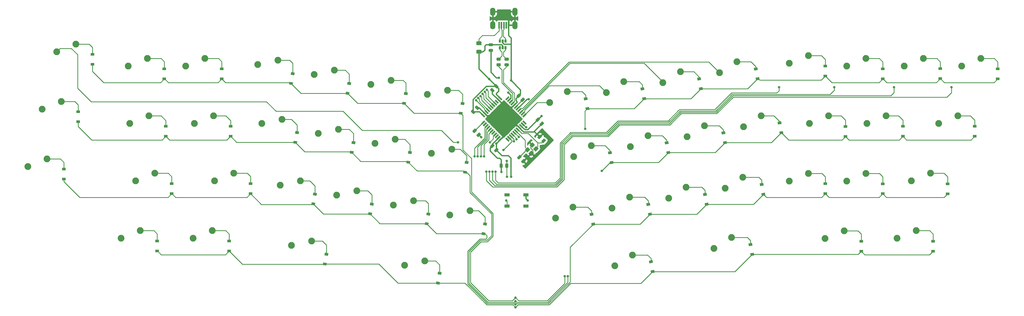
<source format=gbl>
G04 #@! TF.GenerationSoftware,KiCad,Pcbnew,(5.1.4)-1*
G04 #@! TF.CreationDate,2020-11-12T07:58:55-08:00*
G04 #@! TF.ProjectId,ariesuRev2,61726965-7375-4526-9576-322e6b696361,2*
G04 #@! TF.SameCoordinates,Original*
G04 #@! TF.FileFunction,Copper,L2,Bot*
G04 #@! TF.FilePolarity,Positive*
%FSLAX46Y46*%
G04 Gerber Fmt 4.6, Leading zero omitted, Abs format (unit mm)*
G04 Created by KiCad (PCBNEW (5.1.4)-1) date 2020-11-12 07:58:55*
%MOMM*%
%LPD*%
G04 APERTURE LIST*
%ADD10C,2.250000*%
%ADD11C,0.900000*%
%ADD12C,0.100000*%
%ADD13R,1.800000X1.100000*%
%ADD14C,0.550000*%
%ADD15C,0.975000*%
%ADD16O,1.700000X2.700000*%
%ADD17R,0.500000X2.250000*%
%ADD18C,1.200000*%
%ADD19R,0.650000X1.060000*%
%ADD20C,1.250000*%
%ADD21R,1.200000X0.900000*%
%ADD22C,0.800000*%
%ADD23C,0.381000*%
%ADD24C,0.254000*%
G04 APERTURE END LIST*
D10*
X243268856Y-178335088D03*
X249081319Y-174731010D03*
X248146599Y-155551470D03*
X242334136Y-159155548D03*
D11*
X260406381Y-137468007D03*
D12*
G36*
X261075407Y-137806982D02*
G01*
X259893638Y-138015359D01*
X259737355Y-137129032D01*
X260919124Y-136920655D01*
X261075407Y-137806982D01*
X261075407Y-137806982D01*
G37*
D11*
X260979419Y-140717873D03*
D12*
G36*
X261648445Y-141056848D02*
G01*
X260466676Y-141265225D01*
X260310393Y-140378898D01*
X261492162Y-140170521D01*
X261648445Y-141056848D01*
X261648445Y-141056848D01*
G37*
D11*
X297871381Y-130864007D03*
D12*
G36*
X298540407Y-131202982D02*
G01*
X297358638Y-131411359D01*
X297202355Y-130525032D01*
X298384124Y-130316655D01*
X298540407Y-131202982D01*
X298540407Y-131202982D01*
G37*
D11*
X298444419Y-134113873D03*
D12*
G36*
X299113445Y-134452848D02*
G01*
X297931676Y-134661225D01*
X297775393Y-133774898D01*
X298957162Y-133566521D01*
X299113445Y-134452848D01*
X299113445Y-134452848D01*
G37*
D10*
X235446599Y-138447110D03*
X229634136Y-142051188D03*
D11*
X181452019Y-161125567D03*
D12*
G36*
X181964762Y-161672919D02*
G01*
X180782993Y-161464542D01*
X180939276Y-160578215D01*
X182121045Y-160786592D01*
X181964762Y-161672919D01*
X181964762Y-161672919D01*
G37*
D11*
X180878981Y-164375433D03*
D12*
G36*
X181391724Y-164922785D02*
G01*
X180209955Y-164714408D01*
X180366238Y-163828081D01*
X181548007Y-164036458D01*
X181391724Y-164922785D01*
X181391724Y-164922785D01*
G37*
D11*
X137891019Y-134074567D03*
D12*
G36*
X138403762Y-134621919D02*
G01*
X137221993Y-134413542D01*
X137378276Y-133527215D01*
X138560045Y-133735592D01*
X138403762Y-134621919D01*
X138403762Y-134621919D01*
G37*
D11*
X137317981Y-137324433D03*
D12*
G36*
X137830724Y-137871785D02*
G01*
X136648955Y-137663408D01*
X136805238Y-136777081D01*
X137987007Y-136985458D01*
X137830724Y-137871785D01*
X137830724Y-137871785D01*
G37*
D10*
X187815484Y-120027783D03*
X181120889Y-121426529D03*
X356953198Y-128555805D03*
X350603198Y-131095805D03*
X364573198Y-109485485D03*
X358223198Y-112025485D03*
X343140678Y-166660885D03*
X336790678Y-169200885D03*
X347905718Y-147600725D03*
X341555718Y-150140725D03*
X345487638Y-109485485D03*
X339137638Y-112025485D03*
X319310398Y-166671045D03*
X312960398Y-169211045D03*
X326478278Y-147615965D03*
X320128278Y-150155965D03*
X333148318Y-128545645D03*
X326798318Y-131085645D03*
X326468118Y-109490565D03*
X320118118Y-112030565D03*
X307423198Y-147615965D03*
X301073198Y-150155965D03*
X314098318Y-128550725D03*
X307748318Y-131090725D03*
X307423198Y-108540605D03*
X301073198Y-111080605D03*
X285662399Y-148934770D03*
X279849936Y-152538848D03*
X291732999Y-128523330D03*
X285920536Y-132127408D03*
X283744699Y-110583310D03*
X277932236Y-114187388D03*
X281935597Y-168933515D03*
X276123134Y-172537593D03*
X266884179Y-152246930D03*
X261071716Y-155851008D03*
X272972559Y-131827870D03*
X267160096Y-135431948D03*
X264981719Y-113895470D03*
X259169256Y-117499548D03*
X254217199Y-135134950D03*
X248404736Y-138739028D03*
X246218739Y-117205090D03*
X240406276Y-120809168D03*
X229386159Y-158856010D03*
X223573696Y-162460088D03*
X227455759Y-120509630D03*
X221643296Y-124113708D03*
X195275464Y-160025163D03*
X188580869Y-161423909D03*
X189184544Y-139608643D03*
X182489949Y-141007389D03*
X176497244Y-156715543D03*
X169802649Y-158114289D03*
X170426644Y-136300743D03*
X163732049Y-137699489D03*
X169049964Y-116718163D03*
X162355369Y-118116909D03*
X157752044Y-153413543D03*
X151057449Y-154812289D03*
X151671284Y-132999563D03*
X144976689Y-134398309D03*
X150284444Y-113408543D03*
X143589849Y-114807289D03*
X142715244Y-170101343D03*
X136020649Y-171500089D03*
X139006844Y-150111543D03*
X132312249Y-151510289D03*
X132910844Y-129689943D03*
X126216249Y-131088689D03*
X131539244Y-110081143D03*
X124844649Y-111479889D03*
X109766100Y-166662100D03*
X103416100Y-169202100D03*
X116928900Y-147612100D03*
X110578900Y-150152100D03*
X110223300Y-128562100D03*
X103873300Y-131102100D03*
X107378500Y-109512100D03*
X101028500Y-112052100D03*
X85940900Y-166662100D03*
X79590900Y-169202100D03*
X90716100Y-147612100D03*
X84366100Y-150152100D03*
X88836500Y-128562100D03*
X82486500Y-131102100D03*
X88328500Y-109512100D03*
X81978500Y-112052100D03*
X55003700Y-142845845D03*
X48653700Y-145385845D03*
X59768118Y-123790765D03*
X53418118Y-126330765D03*
X64558558Y-104745845D03*
X58208558Y-107285845D03*
D11*
X288219381Y-171250007D03*
D12*
G36*
X288888407Y-171588982D02*
G01*
X287706638Y-171797359D01*
X287550355Y-170911032D01*
X288732124Y-170702655D01*
X288888407Y-171588982D01*
X288888407Y-171588982D01*
G37*
D11*
X288792419Y-174499873D03*
D12*
G36*
X289461445Y-174838848D02*
G01*
X288279676Y-175047225D01*
X288123393Y-174160898D01*
X289305162Y-173952521D01*
X289461445Y-174838848D01*
X289461445Y-174838848D01*
G37*
D10*
X180231044Y-176730743D03*
X173536449Y-178129489D03*
D13*
X213747928Y-154809635D03*
X207547928Y-158509635D03*
X213747928Y-158509635D03*
X207547928Y-154809635D03*
D14*
X205242754Y-122692549D03*
D12*
G36*
X205967538Y-123028425D02*
G01*
X205578630Y-123417333D01*
X204517970Y-122356673D01*
X204906878Y-121967765D01*
X205967538Y-123028425D01*
X205967538Y-123028425D01*
G37*
D14*
X204677069Y-123258235D03*
D12*
G36*
X205401853Y-123594111D02*
G01*
X205012945Y-123983019D01*
X203952285Y-122922359D01*
X204341193Y-122533451D01*
X205401853Y-123594111D01*
X205401853Y-123594111D01*
G37*
D14*
X204111384Y-123823920D03*
D12*
G36*
X204836168Y-124159796D02*
G01*
X204447260Y-124548704D01*
X203386600Y-123488044D01*
X203775508Y-123099136D01*
X204836168Y-124159796D01*
X204836168Y-124159796D01*
G37*
D14*
X203545698Y-124389605D03*
D12*
G36*
X204270482Y-124725481D02*
G01*
X203881574Y-125114389D01*
X202820914Y-124053729D01*
X203209822Y-123664821D01*
X204270482Y-124725481D01*
X204270482Y-124725481D01*
G37*
D14*
X202980013Y-124955291D03*
D12*
G36*
X203704797Y-125291167D02*
G01*
X203315889Y-125680075D01*
X202255229Y-124619415D01*
X202644137Y-124230507D01*
X203704797Y-125291167D01*
X203704797Y-125291167D01*
G37*
D14*
X202414327Y-125520976D03*
D12*
G36*
X203139111Y-125856852D02*
G01*
X202750203Y-126245760D01*
X201689543Y-125185100D01*
X202078451Y-124796192D01*
X203139111Y-125856852D01*
X203139111Y-125856852D01*
G37*
D14*
X201848642Y-126086662D03*
D12*
G36*
X202573426Y-126422538D02*
G01*
X202184518Y-126811446D01*
X201123858Y-125750786D01*
X201512766Y-125361878D01*
X202573426Y-126422538D01*
X202573426Y-126422538D01*
G37*
D14*
X201282956Y-126652347D03*
D12*
G36*
X202007740Y-126988223D02*
G01*
X201618832Y-127377131D01*
X200558172Y-126316471D01*
X200947080Y-125927563D01*
X202007740Y-126988223D01*
X202007740Y-126988223D01*
G37*
D14*
X200717271Y-127218033D03*
D12*
G36*
X201442055Y-127553909D02*
G01*
X201053147Y-127942817D01*
X199992487Y-126882157D01*
X200381395Y-126493249D01*
X201442055Y-127553909D01*
X201442055Y-127553909D01*
G37*
D14*
X200151586Y-127783718D03*
D12*
G36*
X200876370Y-128119594D02*
G01*
X200487462Y-128508502D01*
X199426802Y-127447842D01*
X199815710Y-127058934D01*
X200876370Y-128119594D01*
X200876370Y-128119594D01*
G37*
D14*
X199585900Y-128349403D03*
D12*
G36*
X200310684Y-128685279D02*
G01*
X199921776Y-129074187D01*
X198861116Y-128013527D01*
X199250024Y-127624619D01*
X200310684Y-128685279D01*
X200310684Y-128685279D01*
G37*
D14*
X199585900Y-130753567D03*
D12*
G36*
X199921776Y-130028783D02*
G01*
X200310684Y-130417691D01*
X199250024Y-131478351D01*
X198861116Y-131089443D01*
X199921776Y-130028783D01*
X199921776Y-130028783D01*
G37*
D14*
X200151586Y-131319252D03*
D12*
G36*
X200487462Y-130594468D02*
G01*
X200876370Y-130983376D01*
X199815710Y-132044036D01*
X199426802Y-131655128D01*
X200487462Y-130594468D01*
X200487462Y-130594468D01*
G37*
D14*
X200717271Y-131884937D03*
D12*
G36*
X201053147Y-131160153D02*
G01*
X201442055Y-131549061D01*
X200381395Y-132609721D01*
X199992487Y-132220813D01*
X201053147Y-131160153D01*
X201053147Y-131160153D01*
G37*
D14*
X201282956Y-132450623D03*
D12*
G36*
X201618832Y-131725839D02*
G01*
X202007740Y-132114747D01*
X200947080Y-133175407D01*
X200558172Y-132786499D01*
X201618832Y-131725839D01*
X201618832Y-131725839D01*
G37*
D14*
X201848642Y-133016308D03*
D12*
G36*
X202184518Y-132291524D02*
G01*
X202573426Y-132680432D01*
X201512766Y-133741092D01*
X201123858Y-133352184D01*
X202184518Y-132291524D01*
X202184518Y-132291524D01*
G37*
D14*
X202414327Y-133581994D03*
D12*
G36*
X202750203Y-132857210D02*
G01*
X203139111Y-133246118D01*
X202078451Y-134306778D01*
X201689543Y-133917870D01*
X202750203Y-132857210D01*
X202750203Y-132857210D01*
G37*
D14*
X202980013Y-134147679D03*
D12*
G36*
X203315889Y-133422895D02*
G01*
X203704797Y-133811803D01*
X202644137Y-134872463D01*
X202255229Y-134483555D01*
X203315889Y-133422895D01*
X203315889Y-133422895D01*
G37*
D14*
X203545698Y-134713365D03*
D12*
G36*
X203881574Y-133988581D02*
G01*
X204270482Y-134377489D01*
X203209822Y-135438149D01*
X202820914Y-135049241D01*
X203881574Y-133988581D01*
X203881574Y-133988581D01*
G37*
D14*
X204111384Y-135279050D03*
D12*
G36*
X204447260Y-134554266D02*
G01*
X204836168Y-134943174D01*
X203775508Y-136003834D01*
X203386600Y-135614926D01*
X204447260Y-134554266D01*
X204447260Y-134554266D01*
G37*
D14*
X204677069Y-135844735D03*
D12*
G36*
X205012945Y-135119951D02*
G01*
X205401853Y-135508859D01*
X204341193Y-136569519D01*
X203952285Y-136180611D01*
X205012945Y-135119951D01*
X205012945Y-135119951D01*
G37*
D14*
X205242754Y-136410421D03*
D12*
G36*
X205578630Y-135685637D02*
G01*
X205967538Y-136074545D01*
X204906878Y-137135205D01*
X204517970Y-136746297D01*
X205578630Y-135685637D01*
X205578630Y-135685637D01*
G37*
D14*
X207646918Y-136410421D03*
D12*
G36*
X208371702Y-136746297D02*
G01*
X207982794Y-137135205D01*
X206922134Y-136074545D01*
X207311042Y-135685637D01*
X208371702Y-136746297D01*
X208371702Y-136746297D01*
G37*
D14*
X208212603Y-135844735D03*
D12*
G36*
X208937387Y-136180611D02*
G01*
X208548479Y-136569519D01*
X207487819Y-135508859D01*
X207876727Y-135119951D01*
X208937387Y-136180611D01*
X208937387Y-136180611D01*
G37*
D14*
X208778288Y-135279050D03*
D12*
G36*
X209503072Y-135614926D02*
G01*
X209114164Y-136003834D01*
X208053504Y-134943174D01*
X208442412Y-134554266D01*
X209503072Y-135614926D01*
X209503072Y-135614926D01*
G37*
D14*
X209343974Y-134713365D03*
D12*
G36*
X210068758Y-135049241D02*
G01*
X209679850Y-135438149D01*
X208619190Y-134377489D01*
X209008098Y-133988581D01*
X210068758Y-135049241D01*
X210068758Y-135049241D01*
G37*
D14*
X209909659Y-134147679D03*
D12*
G36*
X210634443Y-134483555D02*
G01*
X210245535Y-134872463D01*
X209184875Y-133811803D01*
X209573783Y-133422895D01*
X210634443Y-134483555D01*
X210634443Y-134483555D01*
G37*
D14*
X210475345Y-133581994D03*
D12*
G36*
X211200129Y-133917870D02*
G01*
X210811221Y-134306778D01*
X209750561Y-133246118D01*
X210139469Y-132857210D01*
X211200129Y-133917870D01*
X211200129Y-133917870D01*
G37*
D14*
X211041030Y-133016308D03*
D12*
G36*
X211765814Y-133352184D02*
G01*
X211376906Y-133741092D01*
X210316246Y-132680432D01*
X210705154Y-132291524D01*
X211765814Y-133352184D01*
X211765814Y-133352184D01*
G37*
D14*
X211606716Y-132450623D03*
D12*
G36*
X212331500Y-132786499D02*
G01*
X211942592Y-133175407D01*
X210881932Y-132114747D01*
X211270840Y-131725839D01*
X212331500Y-132786499D01*
X212331500Y-132786499D01*
G37*
D14*
X212172401Y-131884937D03*
D12*
G36*
X212897185Y-132220813D02*
G01*
X212508277Y-132609721D01*
X211447617Y-131549061D01*
X211836525Y-131160153D01*
X212897185Y-132220813D01*
X212897185Y-132220813D01*
G37*
D14*
X212738086Y-131319252D03*
D12*
G36*
X213462870Y-131655128D02*
G01*
X213073962Y-132044036D01*
X212013302Y-130983376D01*
X212402210Y-130594468D01*
X213462870Y-131655128D01*
X213462870Y-131655128D01*
G37*
D14*
X213303772Y-130753567D03*
D12*
G36*
X214028556Y-131089443D02*
G01*
X213639648Y-131478351D01*
X212578988Y-130417691D01*
X212967896Y-130028783D01*
X214028556Y-131089443D01*
X214028556Y-131089443D01*
G37*
D14*
X213303772Y-128349403D03*
D12*
G36*
X213639648Y-127624619D02*
G01*
X214028556Y-128013527D01*
X212967896Y-129074187D01*
X212578988Y-128685279D01*
X213639648Y-127624619D01*
X213639648Y-127624619D01*
G37*
D14*
X212738086Y-127783718D03*
D12*
G36*
X213073962Y-127058934D02*
G01*
X213462870Y-127447842D01*
X212402210Y-128508502D01*
X212013302Y-128119594D01*
X213073962Y-127058934D01*
X213073962Y-127058934D01*
G37*
D14*
X212172401Y-127218033D03*
D12*
G36*
X212508277Y-126493249D02*
G01*
X212897185Y-126882157D01*
X211836525Y-127942817D01*
X211447617Y-127553909D01*
X212508277Y-126493249D01*
X212508277Y-126493249D01*
G37*
D14*
X211606716Y-126652347D03*
D12*
G36*
X211942592Y-125927563D02*
G01*
X212331500Y-126316471D01*
X211270840Y-127377131D01*
X210881932Y-126988223D01*
X211942592Y-125927563D01*
X211942592Y-125927563D01*
G37*
D14*
X211041030Y-126086662D03*
D12*
G36*
X211376906Y-125361878D02*
G01*
X211765814Y-125750786D01*
X210705154Y-126811446D01*
X210316246Y-126422538D01*
X211376906Y-125361878D01*
X211376906Y-125361878D01*
G37*
D14*
X210475345Y-125520976D03*
D12*
G36*
X210811221Y-124796192D02*
G01*
X211200129Y-125185100D01*
X210139469Y-126245760D01*
X209750561Y-125856852D01*
X210811221Y-124796192D01*
X210811221Y-124796192D01*
G37*
D14*
X209909659Y-124955291D03*
D12*
G36*
X210245535Y-124230507D02*
G01*
X210634443Y-124619415D01*
X209573783Y-125680075D01*
X209184875Y-125291167D01*
X210245535Y-124230507D01*
X210245535Y-124230507D01*
G37*
D14*
X209343974Y-124389605D03*
D12*
G36*
X209679850Y-123664821D02*
G01*
X210068758Y-124053729D01*
X209008098Y-125114389D01*
X208619190Y-124725481D01*
X209679850Y-123664821D01*
X209679850Y-123664821D01*
G37*
D14*
X208778288Y-123823920D03*
D12*
G36*
X209114164Y-123099136D02*
G01*
X209503072Y-123488044D01*
X208442412Y-124548704D01*
X208053504Y-124159796D01*
X209114164Y-123099136D01*
X209114164Y-123099136D01*
G37*
D14*
X208212603Y-123258235D03*
D12*
G36*
X208548479Y-122533451D02*
G01*
X208937387Y-122922359D01*
X207876727Y-123983019D01*
X207487819Y-123594111D01*
X208548479Y-122533451D01*
X208548479Y-122533451D01*
G37*
D14*
X207646918Y-122692549D03*
D12*
G36*
X207982794Y-121967765D02*
G01*
X208371702Y-122356673D01*
X207311042Y-123417333D01*
X206922134Y-123028425D01*
X207982794Y-121967765D01*
X207982794Y-121967765D01*
G37*
G36*
X202619070Y-106310809D02*
G01*
X202642731Y-106314319D01*
X202665935Y-106320131D01*
X202688457Y-106328189D01*
X202710081Y-106338417D01*
X202730598Y-106350714D01*
X202749811Y-106364964D01*
X202767535Y-106381028D01*
X202783599Y-106398752D01*
X202797849Y-106417965D01*
X202810146Y-106438482D01*
X202820374Y-106460106D01*
X202828432Y-106482628D01*
X202834244Y-106505832D01*
X202837754Y-106529493D01*
X202838928Y-106553385D01*
X202838928Y-107040885D01*
X202837754Y-107064777D01*
X202834244Y-107088438D01*
X202828432Y-107111642D01*
X202820374Y-107134164D01*
X202810146Y-107155788D01*
X202797849Y-107176305D01*
X202783599Y-107195518D01*
X202767535Y-107213242D01*
X202749811Y-107229306D01*
X202730598Y-107243556D01*
X202710081Y-107255853D01*
X202688457Y-107266081D01*
X202665935Y-107274139D01*
X202642731Y-107279951D01*
X202619070Y-107283461D01*
X202595178Y-107284635D01*
X201682678Y-107284635D01*
X201658786Y-107283461D01*
X201635125Y-107279951D01*
X201611921Y-107274139D01*
X201589399Y-107266081D01*
X201567775Y-107255853D01*
X201547258Y-107243556D01*
X201528045Y-107229306D01*
X201510321Y-107213242D01*
X201494257Y-107195518D01*
X201480007Y-107176305D01*
X201467710Y-107155788D01*
X201457482Y-107134164D01*
X201449424Y-107111642D01*
X201443612Y-107088438D01*
X201440102Y-107064777D01*
X201438928Y-107040885D01*
X201438928Y-106553385D01*
X201440102Y-106529493D01*
X201443612Y-106505832D01*
X201449424Y-106482628D01*
X201457482Y-106460106D01*
X201467710Y-106438482D01*
X201480007Y-106417965D01*
X201494257Y-106398752D01*
X201510321Y-106381028D01*
X201528045Y-106364964D01*
X201547258Y-106350714D01*
X201567775Y-106338417D01*
X201589399Y-106328189D01*
X201611921Y-106320131D01*
X201635125Y-106314319D01*
X201658786Y-106310809D01*
X201682678Y-106309635D01*
X202595178Y-106309635D01*
X202619070Y-106310809D01*
X202619070Y-106310809D01*
G37*
D15*
X202138928Y-106797135D03*
D12*
G36*
X202619070Y-104435809D02*
G01*
X202642731Y-104439319D01*
X202665935Y-104445131D01*
X202688457Y-104453189D01*
X202710081Y-104463417D01*
X202730598Y-104475714D01*
X202749811Y-104489964D01*
X202767535Y-104506028D01*
X202783599Y-104523752D01*
X202797849Y-104542965D01*
X202810146Y-104563482D01*
X202820374Y-104585106D01*
X202828432Y-104607628D01*
X202834244Y-104630832D01*
X202837754Y-104654493D01*
X202838928Y-104678385D01*
X202838928Y-105165885D01*
X202837754Y-105189777D01*
X202834244Y-105213438D01*
X202828432Y-105236642D01*
X202820374Y-105259164D01*
X202810146Y-105280788D01*
X202797849Y-105301305D01*
X202783599Y-105320518D01*
X202767535Y-105338242D01*
X202749811Y-105354306D01*
X202730598Y-105368556D01*
X202710081Y-105380853D01*
X202688457Y-105391081D01*
X202665935Y-105399139D01*
X202642731Y-105404951D01*
X202619070Y-105408461D01*
X202595178Y-105409635D01*
X201682678Y-105409635D01*
X201658786Y-105408461D01*
X201635125Y-105404951D01*
X201611921Y-105399139D01*
X201589399Y-105391081D01*
X201567775Y-105380853D01*
X201547258Y-105368556D01*
X201528045Y-105354306D01*
X201510321Y-105338242D01*
X201494257Y-105320518D01*
X201480007Y-105301305D01*
X201467710Y-105280788D01*
X201457482Y-105259164D01*
X201449424Y-105236642D01*
X201443612Y-105213438D01*
X201440102Y-105189777D01*
X201438928Y-105165885D01*
X201438928Y-104678385D01*
X201440102Y-104654493D01*
X201443612Y-104630832D01*
X201449424Y-104607628D01*
X201457482Y-104585106D01*
X201467710Y-104563482D01*
X201480007Y-104542965D01*
X201494257Y-104523752D01*
X201510321Y-104506028D01*
X201528045Y-104489964D01*
X201547258Y-104475714D01*
X201567775Y-104463417D01*
X201589399Y-104453189D01*
X201611921Y-104445131D01*
X201635125Y-104439319D01*
X201658786Y-104435809D01*
X201682678Y-104434635D01*
X202595178Y-104434635D01*
X202619070Y-104435809D01*
X202619070Y-104435809D01*
G37*
D15*
X202138928Y-104922135D03*
D16*
X202806928Y-93953385D03*
X210106928Y-93953385D03*
X210106928Y-98453385D03*
X202806928Y-98453385D03*
D17*
X204856928Y-98453385D03*
X205656928Y-98453385D03*
X206456928Y-98453385D03*
X207256928Y-98453385D03*
X208056928Y-98453385D03*
D12*
G36*
X219833762Y-136088537D02*
G01*
X219857423Y-136092047D01*
X219880627Y-136097859D01*
X219903149Y-136105917D01*
X219924773Y-136116145D01*
X219945290Y-136128442D01*
X219964503Y-136142692D01*
X219982227Y-136158756D01*
X220326942Y-136503471D01*
X220343006Y-136521195D01*
X220357256Y-136540408D01*
X220369553Y-136560925D01*
X220379781Y-136582549D01*
X220387839Y-136605071D01*
X220393651Y-136628275D01*
X220397161Y-136651936D01*
X220398335Y-136675828D01*
X220397161Y-136699720D01*
X220393651Y-136723381D01*
X220387839Y-136746585D01*
X220379781Y-136769107D01*
X220369553Y-136790731D01*
X220357256Y-136811248D01*
X220343006Y-136830461D01*
X220326942Y-136848185D01*
X219681707Y-137493420D01*
X219663983Y-137509484D01*
X219644770Y-137523734D01*
X219624253Y-137536031D01*
X219602629Y-137546259D01*
X219580107Y-137554317D01*
X219556903Y-137560129D01*
X219533242Y-137563639D01*
X219509350Y-137564813D01*
X219485458Y-137563639D01*
X219461797Y-137560129D01*
X219438593Y-137554317D01*
X219416071Y-137546259D01*
X219394447Y-137536031D01*
X219373930Y-137523734D01*
X219354717Y-137509484D01*
X219336993Y-137493420D01*
X218992278Y-137148705D01*
X218976214Y-137130981D01*
X218961964Y-137111768D01*
X218949667Y-137091251D01*
X218939439Y-137069627D01*
X218931381Y-137047105D01*
X218925569Y-137023901D01*
X218922059Y-137000240D01*
X218920885Y-136976348D01*
X218922059Y-136952456D01*
X218925569Y-136928795D01*
X218931381Y-136905591D01*
X218939439Y-136883069D01*
X218949667Y-136861445D01*
X218961964Y-136840928D01*
X218976214Y-136821715D01*
X218992278Y-136803991D01*
X219637513Y-136158756D01*
X219655237Y-136142692D01*
X219674450Y-136128442D01*
X219694967Y-136116145D01*
X219716591Y-136105917D01*
X219739113Y-136097859D01*
X219762317Y-136092047D01*
X219785978Y-136088537D01*
X219809870Y-136087363D01*
X219833762Y-136088537D01*
X219833762Y-136088537D01*
G37*
D15*
X219659610Y-136826088D03*
D12*
G36*
X218507936Y-134762711D02*
G01*
X218531597Y-134766221D01*
X218554801Y-134772033D01*
X218577323Y-134780091D01*
X218598947Y-134790319D01*
X218619464Y-134802616D01*
X218638677Y-134816866D01*
X218656401Y-134832930D01*
X219001116Y-135177645D01*
X219017180Y-135195369D01*
X219031430Y-135214582D01*
X219043727Y-135235099D01*
X219053955Y-135256723D01*
X219062013Y-135279245D01*
X219067825Y-135302449D01*
X219071335Y-135326110D01*
X219072509Y-135350002D01*
X219071335Y-135373894D01*
X219067825Y-135397555D01*
X219062013Y-135420759D01*
X219053955Y-135443281D01*
X219043727Y-135464905D01*
X219031430Y-135485422D01*
X219017180Y-135504635D01*
X219001116Y-135522359D01*
X218355881Y-136167594D01*
X218338157Y-136183658D01*
X218318944Y-136197908D01*
X218298427Y-136210205D01*
X218276803Y-136220433D01*
X218254281Y-136228491D01*
X218231077Y-136234303D01*
X218207416Y-136237813D01*
X218183524Y-136238987D01*
X218159632Y-136237813D01*
X218135971Y-136234303D01*
X218112767Y-136228491D01*
X218090245Y-136220433D01*
X218068621Y-136210205D01*
X218048104Y-136197908D01*
X218028891Y-136183658D01*
X218011167Y-136167594D01*
X217666452Y-135822879D01*
X217650388Y-135805155D01*
X217636138Y-135785942D01*
X217623841Y-135765425D01*
X217613613Y-135743801D01*
X217605555Y-135721279D01*
X217599743Y-135698075D01*
X217596233Y-135674414D01*
X217595059Y-135650522D01*
X217596233Y-135626630D01*
X217599743Y-135602969D01*
X217605555Y-135579765D01*
X217613613Y-135557243D01*
X217623841Y-135535619D01*
X217636138Y-135515102D01*
X217650388Y-135495889D01*
X217666452Y-135478165D01*
X218311687Y-134832930D01*
X218329411Y-134816866D01*
X218348624Y-134802616D01*
X218369141Y-134790319D01*
X218390765Y-134780091D01*
X218413287Y-134772033D01*
X218436491Y-134766221D01*
X218460152Y-134762711D01*
X218484044Y-134761537D01*
X218507936Y-134762711D01*
X218507936Y-134762711D01*
G37*
D15*
X218333784Y-135500262D03*
D18*
X214322085Y-139779390D03*
D12*
G36*
X214251374Y-140698629D02*
G01*
X213402846Y-139850101D01*
X214392796Y-138860151D01*
X215241324Y-139708679D01*
X214251374Y-140698629D01*
X214251374Y-140698629D01*
G37*
D18*
X215877720Y-138223755D03*
D12*
G36*
X215807009Y-139142994D02*
G01*
X214958481Y-138294466D01*
X215948431Y-137304516D01*
X216796959Y-138153044D01*
X215807009Y-139142994D01*
X215807009Y-139142994D01*
G37*
D18*
X217079801Y-139425836D03*
D12*
G36*
X217009090Y-140345075D02*
G01*
X216160562Y-139496547D01*
X217150512Y-138506597D01*
X217999040Y-139355125D01*
X217009090Y-140345075D01*
X217009090Y-140345075D01*
G37*
D18*
X215524166Y-140981471D03*
D12*
G36*
X215453455Y-141900710D02*
G01*
X214604927Y-141052182D01*
X215594877Y-140062232D01*
X216443405Y-140910760D01*
X215453455Y-141900710D01*
X215453455Y-141900710D01*
G37*
G36*
X211772743Y-141497903D02*
G01*
X211796404Y-141501413D01*
X211819608Y-141507225D01*
X211842130Y-141515283D01*
X211863754Y-141525511D01*
X211884271Y-141537808D01*
X211903484Y-141552058D01*
X211921208Y-141568122D01*
X212265923Y-141912837D01*
X212281987Y-141930561D01*
X212296237Y-141949774D01*
X212308534Y-141970291D01*
X212318762Y-141991915D01*
X212326820Y-142014437D01*
X212332632Y-142037641D01*
X212336142Y-142061302D01*
X212337316Y-142085194D01*
X212336142Y-142109086D01*
X212332632Y-142132747D01*
X212326820Y-142155951D01*
X212318762Y-142178473D01*
X212308534Y-142200097D01*
X212296237Y-142220614D01*
X212281987Y-142239827D01*
X212265923Y-142257551D01*
X211620688Y-142902786D01*
X211602964Y-142918850D01*
X211583751Y-142933100D01*
X211563234Y-142945397D01*
X211541610Y-142955625D01*
X211519088Y-142963683D01*
X211495884Y-142969495D01*
X211472223Y-142973005D01*
X211448331Y-142974179D01*
X211424439Y-142973005D01*
X211400778Y-142969495D01*
X211377574Y-142963683D01*
X211355052Y-142955625D01*
X211333428Y-142945397D01*
X211312911Y-142933100D01*
X211293698Y-142918850D01*
X211275974Y-142902786D01*
X210931259Y-142558071D01*
X210915195Y-142540347D01*
X210900945Y-142521134D01*
X210888648Y-142500617D01*
X210878420Y-142478993D01*
X210870362Y-142456471D01*
X210864550Y-142433267D01*
X210861040Y-142409606D01*
X210859866Y-142385714D01*
X210861040Y-142361822D01*
X210864550Y-142338161D01*
X210870362Y-142314957D01*
X210878420Y-142292435D01*
X210888648Y-142270811D01*
X210900945Y-142250294D01*
X210915195Y-142231081D01*
X210931259Y-142213357D01*
X211576494Y-141568122D01*
X211594218Y-141552058D01*
X211613431Y-141537808D01*
X211633948Y-141525511D01*
X211655572Y-141515283D01*
X211678094Y-141507225D01*
X211701298Y-141501413D01*
X211724959Y-141497903D01*
X211748851Y-141496729D01*
X211772743Y-141497903D01*
X211772743Y-141497903D01*
G37*
D15*
X211598591Y-142235454D03*
D12*
G36*
X213098569Y-142823729D02*
G01*
X213122230Y-142827239D01*
X213145434Y-142833051D01*
X213167956Y-142841109D01*
X213189580Y-142851337D01*
X213210097Y-142863634D01*
X213229310Y-142877884D01*
X213247034Y-142893948D01*
X213591749Y-143238663D01*
X213607813Y-143256387D01*
X213622063Y-143275600D01*
X213634360Y-143296117D01*
X213644588Y-143317741D01*
X213652646Y-143340263D01*
X213658458Y-143363467D01*
X213661968Y-143387128D01*
X213663142Y-143411020D01*
X213661968Y-143434912D01*
X213658458Y-143458573D01*
X213652646Y-143481777D01*
X213644588Y-143504299D01*
X213634360Y-143525923D01*
X213622063Y-143546440D01*
X213607813Y-143565653D01*
X213591749Y-143583377D01*
X212946514Y-144228612D01*
X212928790Y-144244676D01*
X212909577Y-144258926D01*
X212889060Y-144271223D01*
X212867436Y-144281451D01*
X212844914Y-144289509D01*
X212821710Y-144295321D01*
X212798049Y-144298831D01*
X212774157Y-144300005D01*
X212750265Y-144298831D01*
X212726604Y-144295321D01*
X212703400Y-144289509D01*
X212680878Y-144281451D01*
X212659254Y-144271223D01*
X212638737Y-144258926D01*
X212619524Y-144244676D01*
X212601800Y-144228612D01*
X212257085Y-143883897D01*
X212241021Y-143866173D01*
X212226771Y-143846960D01*
X212214474Y-143826443D01*
X212204246Y-143804819D01*
X212196188Y-143782297D01*
X212190376Y-143759093D01*
X212186866Y-143735432D01*
X212185692Y-143711540D01*
X212186866Y-143687648D01*
X212190376Y-143663987D01*
X212196188Y-143640783D01*
X212204246Y-143618261D01*
X212214474Y-143596637D01*
X212226771Y-143576120D01*
X212241021Y-143556907D01*
X212257085Y-143539183D01*
X212902320Y-142893948D01*
X212920044Y-142877884D01*
X212939257Y-142863634D01*
X212959774Y-142851337D01*
X212981398Y-142841109D01*
X213003920Y-142833051D01*
X213027124Y-142827239D01*
X213050785Y-142823729D01*
X213074677Y-142822555D01*
X213098569Y-142823729D01*
X213098569Y-142823729D01*
G37*
D15*
X212924417Y-143561280D03*
D19*
X206075928Y-105906750D03*
X205125928Y-105906750D03*
X207025928Y-105906750D03*
X207025928Y-103706750D03*
X206075928Y-103706750D03*
X205125928Y-103706750D03*
D12*
G36*
X196951167Y-132748421D02*
G01*
X196974828Y-132751931D01*
X196998032Y-132757743D01*
X197020554Y-132765801D01*
X197042178Y-132776029D01*
X197062695Y-132788326D01*
X197081908Y-132802576D01*
X197099632Y-132818640D01*
X197444347Y-133163355D01*
X197460411Y-133181079D01*
X197474661Y-133200292D01*
X197486958Y-133220809D01*
X197497186Y-133242433D01*
X197505244Y-133264955D01*
X197511056Y-133288159D01*
X197514566Y-133311820D01*
X197515740Y-133335712D01*
X197514566Y-133359604D01*
X197511056Y-133383265D01*
X197505244Y-133406469D01*
X197497186Y-133428991D01*
X197486958Y-133450615D01*
X197474661Y-133471132D01*
X197460411Y-133490345D01*
X197444347Y-133508069D01*
X196799112Y-134153304D01*
X196781388Y-134169368D01*
X196762175Y-134183618D01*
X196741658Y-134195915D01*
X196720034Y-134206143D01*
X196697512Y-134214201D01*
X196674308Y-134220013D01*
X196650647Y-134223523D01*
X196626755Y-134224697D01*
X196602863Y-134223523D01*
X196579202Y-134220013D01*
X196555998Y-134214201D01*
X196533476Y-134206143D01*
X196511852Y-134195915D01*
X196491335Y-134183618D01*
X196472122Y-134169368D01*
X196454398Y-134153304D01*
X196109683Y-133808589D01*
X196093619Y-133790865D01*
X196079369Y-133771652D01*
X196067072Y-133751135D01*
X196056844Y-133729511D01*
X196048786Y-133706989D01*
X196042974Y-133683785D01*
X196039464Y-133660124D01*
X196038290Y-133636232D01*
X196039464Y-133612340D01*
X196042974Y-133588679D01*
X196048786Y-133565475D01*
X196056844Y-133542953D01*
X196067072Y-133521329D01*
X196079369Y-133500812D01*
X196093619Y-133481599D01*
X196109683Y-133463875D01*
X196754918Y-132818640D01*
X196772642Y-132802576D01*
X196791855Y-132788326D01*
X196812372Y-132776029D01*
X196833996Y-132765801D01*
X196856518Y-132757743D01*
X196879722Y-132751931D01*
X196903383Y-132748421D01*
X196927275Y-132747247D01*
X196951167Y-132748421D01*
X196951167Y-132748421D01*
G37*
D15*
X196777015Y-133485972D03*
D12*
G36*
X198276993Y-134074247D02*
G01*
X198300654Y-134077757D01*
X198323858Y-134083569D01*
X198346380Y-134091627D01*
X198368004Y-134101855D01*
X198388521Y-134114152D01*
X198407734Y-134128402D01*
X198425458Y-134144466D01*
X198770173Y-134489181D01*
X198786237Y-134506905D01*
X198800487Y-134526118D01*
X198812784Y-134546635D01*
X198823012Y-134568259D01*
X198831070Y-134590781D01*
X198836882Y-134613985D01*
X198840392Y-134637646D01*
X198841566Y-134661538D01*
X198840392Y-134685430D01*
X198836882Y-134709091D01*
X198831070Y-134732295D01*
X198823012Y-134754817D01*
X198812784Y-134776441D01*
X198800487Y-134796958D01*
X198786237Y-134816171D01*
X198770173Y-134833895D01*
X198124938Y-135479130D01*
X198107214Y-135495194D01*
X198088001Y-135509444D01*
X198067484Y-135521741D01*
X198045860Y-135531969D01*
X198023338Y-135540027D01*
X198000134Y-135545839D01*
X197976473Y-135549349D01*
X197952581Y-135550523D01*
X197928689Y-135549349D01*
X197905028Y-135545839D01*
X197881824Y-135540027D01*
X197859302Y-135531969D01*
X197837678Y-135521741D01*
X197817161Y-135509444D01*
X197797948Y-135495194D01*
X197780224Y-135479130D01*
X197435509Y-135134415D01*
X197419445Y-135116691D01*
X197405195Y-135097478D01*
X197392898Y-135076961D01*
X197382670Y-135055337D01*
X197374612Y-135032815D01*
X197368800Y-135009611D01*
X197365290Y-134985950D01*
X197364116Y-134962058D01*
X197365290Y-134938166D01*
X197368800Y-134914505D01*
X197374612Y-134891301D01*
X197382670Y-134868779D01*
X197392898Y-134847155D01*
X197405195Y-134826638D01*
X197419445Y-134807425D01*
X197435509Y-134789701D01*
X198080744Y-134144466D01*
X198098468Y-134128402D01*
X198117681Y-134114152D01*
X198138198Y-134101855D01*
X198159822Y-134091627D01*
X198182344Y-134083569D01*
X198205548Y-134077757D01*
X198229209Y-134074247D01*
X198253101Y-134073073D01*
X198276993Y-134074247D01*
X198276993Y-134074247D01*
G37*
D15*
X198102841Y-134811798D03*
D12*
G36*
X207693820Y-144372059D02*
G01*
X207717481Y-144375569D01*
X207740685Y-144381381D01*
X207763207Y-144389439D01*
X207784831Y-144399667D01*
X207805348Y-144411964D01*
X207824561Y-144426214D01*
X207842285Y-144442278D01*
X207858349Y-144460002D01*
X207872599Y-144479215D01*
X207884896Y-144499732D01*
X207895124Y-144521356D01*
X207903182Y-144543878D01*
X207908994Y-144567082D01*
X207912504Y-144590743D01*
X207913678Y-144614635D01*
X207913678Y-145527135D01*
X207912504Y-145551027D01*
X207908994Y-145574688D01*
X207903182Y-145597892D01*
X207895124Y-145620414D01*
X207884896Y-145642038D01*
X207872599Y-145662555D01*
X207858349Y-145681768D01*
X207842285Y-145699492D01*
X207824561Y-145715556D01*
X207805348Y-145729806D01*
X207784831Y-145742103D01*
X207763207Y-145752331D01*
X207740685Y-145760389D01*
X207717481Y-145766201D01*
X207693820Y-145769711D01*
X207669928Y-145770885D01*
X207182428Y-145770885D01*
X207158536Y-145769711D01*
X207134875Y-145766201D01*
X207111671Y-145760389D01*
X207089149Y-145752331D01*
X207067525Y-145742103D01*
X207047008Y-145729806D01*
X207027795Y-145715556D01*
X207010071Y-145699492D01*
X206994007Y-145681768D01*
X206979757Y-145662555D01*
X206967460Y-145642038D01*
X206957232Y-145620414D01*
X206949174Y-145597892D01*
X206943362Y-145574688D01*
X206939852Y-145551027D01*
X206938678Y-145527135D01*
X206938678Y-144614635D01*
X206939852Y-144590743D01*
X206943362Y-144567082D01*
X206949174Y-144543878D01*
X206957232Y-144521356D01*
X206967460Y-144499732D01*
X206979757Y-144479215D01*
X206994007Y-144460002D01*
X207010071Y-144442278D01*
X207027795Y-144426214D01*
X207047008Y-144411964D01*
X207067525Y-144399667D01*
X207089149Y-144389439D01*
X207111671Y-144381381D01*
X207134875Y-144375569D01*
X207158536Y-144372059D01*
X207182428Y-144370885D01*
X207669928Y-144370885D01*
X207693820Y-144372059D01*
X207693820Y-144372059D01*
G37*
D15*
X207426178Y-145070885D03*
D12*
G36*
X205818820Y-144372059D02*
G01*
X205842481Y-144375569D01*
X205865685Y-144381381D01*
X205888207Y-144389439D01*
X205909831Y-144399667D01*
X205930348Y-144411964D01*
X205949561Y-144426214D01*
X205967285Y-144442278D01*
X205983349Y-144460002D01*
X205997599Y-144479215D01*
X206009896Y-144499732D01*
X206020124Y-144521356D01*
X206028182Y-144543878D01*
X206033994Y-144567082D01*
X206037504Y-144590743D01*
X206038678Y-144614635D01*
X206038678Y-145527135D01*
X206037504Y-145551027D01*
X206033994Y-145574688D01*
X206028182Y-145597892D01*
X206020124Y-145620414D01*
X206009896Y-145642038D01*
X205997599Y-145662555D01*
X205983349Y-145681768D01*
X205967285Y-145699492D01*
X205949561Y-145715556D01*
X205930348Y-145729806D01*
X205909831Y-145742103D01*
X205888207Y-145752331D01*
X205865685Y-145760389D01*
X205842481Y-145766201D01*
X205818820Y-145769711D01*
X205794928Y-145770885D01*
X205307428Y-145770885D01*
X205283536Y-145769711D01*
X205259875Y-145766201D01*
X205236671Y-145760389D01*
X205214149Y-145752331D01*
X205192525Y-145742103D01*
X205172008Y-145729806D01*
X205152795Y-145715556D01*
X205135071Y-145699492D01*
X205119007Y-145681768D01*
X205104757Y-145662555D01*
X205092460Y-145642038D01*
X205082232Y-145620414D01*
X205074174Y-145597892D01*
X205068362Y-145574688D01*
X205064852Y-145551027D01*
X205063678Y-145527135D01*
X205063678Y-144614635D01*
X205064852Y-144590743D01*
X205068362Y-144567082D01*
X205074174Y-144543878D01*
X205082232Y-144521356D01*
X205092460Y-144499732D01*
X205104757Y-144479215D01*
X205119007Y-144460002D01*
X205135071Y-144442278D01*
X205152795Y-144426214D01*
X205172008Y-144411964D01*
X205192525Y-144399667D01*
X205214149Y-144389439D01*
X205236671Y-144381381D01*
X205259875Y-144375569D01*
X205283536Y-144372059D01*
X205307428Y-144370885D01*
X205794928Y-144370885D01*
X205818820Y-144372059D01*
X205818820Y-144372059D01*
G37*
D15*
X205551178Y-145070885D03*
D12*
G36*
X207871142Y-109224924D02*
G01*
X207894803Y-109228434D01*
X207918007Y-109234246D01*
X207940529Y-109242304D01*
X207962153Y-109252532D01*
X207982670Y-109264829D01*
X208001883Y-109279079D01*
X208019607Y-109295143D01*
X208035671Y-109312867D01*
X208049921Y-109332080D01*
X208062218Y-109352597D01*
X208072446Y-109374221D01*
X208080504Y-109396743D01*
X208086316Y-109419947D01*
X208089826Y-109443608D01*
X208091000Y-109467500D01*
X208091000Y-109955000D01*
X208089826Y-109978892D01*
X208086316Y-110002553D01*
X208080504Y-110025757D01*
X208072446Y-110048279D01*
X208062218Y-110069903D01*
X208049921Y-110090420D01*
X208035671Y-110109633D01*
X208019607Y-110127357D01*
X208001883Y-110143421D01*
X207982670Y-110157671D01*
X207962153Y-110169968D01*
X207940529Y-110180196D01*
X207918007Y-110188254D01*
X207894803Y-110194066D01*
X207871142Y-110197576D01*
X207847250Y-110198750D01*
X206934750Y-110198750D01*
X206910858Y-110197576D01*
X206887197Y-110194066D01*
X206863993Y-110188254D01*
X206841471Y-110180196D01*
X206819847Y-110169968D01*
X206799330Y-110157671D01*
X206780117Y-110143421D01*
X206762393Y-110127357D01*
X206746329Y-110109633D01*
X206732079Y-110090420D01*
X206719782Y-110069903D01*
X206709554Y-110048279D01*
X206701496Y-110025757D01*
X206695684Y-110002553D01*
X206692174Y-109978892D01*
X206691000Y-109955000D01*
X206691000Y-109467500D01*
X206692174Y-109443608D01*
X206695684Y-109419947D01*
X206701496Y-109396743D01*
X206709554Y-109374221D01*
X206719782Y-109352597D01*
X206732079Y-109332080D01*
X206746329Y-109312867D01*
X206762393Y-109295143D01*
X206780117Y-109279079D01*
X206799330Y-109264829D01*
X206819847Y-109252532D01*
X206841471Y-109242304D01*
X206863993Y-109234246D01*
X206887197Y-109228434D01*
X206910858Y-109224924D01*
X206934750Y-109223750D01*
X207847250Y-109223750D01*
X207871142Y-109224924D01*
X207871142Y-109224924D01*
G37*
D15*
X207391000Y-109711250D03*
D12*
G36*
X207871142Y-111099924D02*
G01*
X207894803Y-111103434D01*
X207918007Y-111109246D01*
X207940529Y-111117304D01*
X207962153Y-111127532D01*
X207982670Y-111139829D01*
X208001883Y-111154079D01*
X208019607Y-111170143D01*
X208035671Y-111187867D01*
X208049921Y-111207080D01*
X208062218Y-111227597D01*
X208072446Y-111249221D01*
X208080504Y-111271743D01*
X208086316Y-111294947D01*
X208089826Y-111318608D01*
X208091000Y-111342500D01*
X208091000Y-111830000D01*
X208089826Y-111853892D01*
X208086316Y-111877553D01*
X208080504Y-111900757D01*
X208072446Y-111923279D01*
X208062218Y-111944903D01*
X208049921Y-111965420D01*
X208035671Y-111984633D01*
X208019607Y-112002357D01*
X208001883Y-112018421D01*
X207982670Y-112032671D01*
X207962153Y-112044968D01*
X207940529Y-112055196D01*
X207918007Y-112063254D01*
X207894803Y-112069066D01*
X207871142Y-112072576D01*
X207847250Y-112073750D01*
X206934750Y-112073750D01*
X206910858Y-112072576D01*
X206887197Y-112069066D01*
X206863993Y-112063254D01*
X206841471Y-112055196D01*
X206819847Y-112044968D01*
X206799330Y-112032671D01*
X206780117Y-112018421D01*
X206762393Y-112002357D01*
X206746329Y-111984633D01*
X206732079Y-111965420D01*
X206719782Y-111944903D01*
X206709554Y-111923279D01*
X206701496Y-111900757D01*
X206695684Y-111877553D01*
X206692174Y-111853892D01*
X206691000Y-111830000D01*
X206691000Y-111342500D01*
X206692174Y-111318608D01*
X206695684Y-111294947D01*
X206701496Y-111271743D01*
X206709554Y-111249221D01*
X206719782Y-111227597D01*
X206732079Y-111207080D01*
X206746329Y-111187867D01*
X206762393Y-111170143D01*
X206780117Y-111154079D01*
X206799330Y-111139829D01*
X206819847Y-111127532D01*
X206841471Y-111117304D01*
X206863993Y-111109246D01*
X206887197Y-111103434D01*
X206910858Y-111099924D01*
X206934750Y-111098750D01*
X207847250Y-111098750D01*
X207871142Y-111099924D01*
X207871142Y-111099924D01*
G37*
D15*
X207391000Y-111586250D03*
D12*
G36*
X205204142Y-109224924D02*
G01*
X205227803Y-109228434D01*
X205251007Y-109234246D01*
X205273529Y-109242304D01*
X205295153Y-109252532D01*
X205315670Y-109264829D01*
X205334883Y-109279079D01*
X205352607Y-109295143D01*
X205368671Y-109312867D01*
X205382921Y-109332080D01*
X205395218Y-109352597D01*
X205405446Y-109374221D01*
X205413504Y-109396743D01*
X205419316Y-109419947D01*
X205422826Y-109443608D01*
X205424000Y-109467500D01*
X205424000Y-109955000D01*
X205422826Y-109978892D01*
X205419316Y-110002553D01*
X205413504Y-110025757D01*
X205405446Y-110048279D01*
X205395218Y-110069903D01*
X205382921Y-110090420D01*
X205368671Y-110109633D01*
X205352607Y-110127357D01*
X205334883Y-110143421D01*
X205315670Y-110157671D01*
X205295153Y-110169968D01*
X205273529Y-110180196D01*
X205251007Y-110188254D01*
X205227803Y-110194066D01*
X205204142Y-110197576D01*
X205180250Y-110198750D01*
X204267750Y-110198750D01*
X204243858Y-110197576D01*
X204220197Y-110194066D01*
X204196993Y-110188254D01*
X204174471Y-110180196D01*
X204152847Y-110169968D01*
X204132330Y-110157671D01*
X204113117Y-110143421D01*
X204095393Y-110127357D01*
X204079329Y-110109633D01*
X204065079Y-110090420D01*
X204052782Y-110069903D01*
X204042554Y-110048279D01*
X204034496Y-110025757D01*
X204028684Y-110002553D01*
X204025174Y-109978892D01*
X204024000Y-109955000D01*
X204024000Y-109467500D01*
X204025174Y-109443608D01*
X204028684Y-109419947D01*
X204034496Y-109396743D01*
X204042554Y-109374221D01*
X204052782Y-109352597D01*
X204065079Y-109332080D01*
X204079329Y-109312867D01*
X204095393Y-109295143D01*
X204113117Y-109279079D01*
X204132330Y-109264829D01*
X204152847Y-109252532D01*
X204174471Y-109242304D01*
X204196993Y-109234246D01*
X204220197Y-109228434D01*
X204243858Y-109224924D01*
X204267750Y-109223750D01*
X205180250Y-109223750D01*
X205204142Y-109224924D01*
X205204142Y-109224924D01*
G37*
D15*
X204724000Y-109711250D03*
D12*
G36*
X205204142Y-111099924D02*
G01*
X205227803Y-111103434D01*
X205251007Y-111109246D01*
X205273529Y-111117304D01*
X205295153Y-111127532D01*
X205315670Y-111139829D01*
X205334883Y-111154079D01*
X205352607Y-111170143D01*
X205368671Y-111187867D01*
X205382921Y-111207080D01*
X205395218Y-111227597D01*
X205405446Y-111249221D01*
X205413504Y-111271743D01*
X205419316Y-111294947D01*
X205422826Y-111318608D01*
X205424000Y-111342500D01*
X205424000Y-111830000D01*
X205422826Y-111853892D01*
X205419316Y-111877553D01*
X205413504Y-111900757D01*
X205405446Y-111923279D01*
X205395218Y-111944903D01*
X205382921Y-111965420D01*
X205368671Y-111984633D01*
X205352607Y-112002357D01*
X205334883Y-112018421D01*
X205315670Y-112032671D01*
X205295153Y-112044968D01*
X205273529Y-112055196D01*
X205251007Y-112063254D01*
X205227803Y-112069066D01*
X205204142Y-112072576D01*
X205180250Y-112073750D01*
X204267750Y-112073750D01*
X204243858Y-112072576D01*
X204220197Y-112069066D01*
X204196993Y-112063254D01*
X204174471Y-112055196D01*
X204152847Y-112044968D01*
X204132330Y-112032671D01*
X204113117Y-112018421D01*
X204095393Y-112002357D01*
X204079329Y-111984633D01*
X204065079Y-111965420D01*
X204052782Y-111944903D01*
X204042554Y-111923279D01*
X204034496Y-111900757D01*
X204028684Y-111877553D01*
X204025174Y-111853892D01*
X204024000Y-111830000D01*
X204024000Y-111342500D01*
X204025174Y-111318608D01*
X204028684Y-111294947D01*
X204034496Y-111271743D01*
X204042554Y-111249221D01*
X204052782Y-111227597D01*
X204065079Y-111207080D01*
X204079329Y-111187867D01*
X204095393Y-111170143D01*
X204113117Y-111154079D01*
X204132330Y-111139829D01*
X204152847Y-111127532D01*
X204174471Y-111117304D01*
X204196993Y-111109246D01*
X204220197Y-111103434D01*
X204243858Y-111099924D01*
X204267750Y-111098750D01*
X205180250Y-111098750D01*
X205204142Y-111099924D01*
X205204142Y-111099924D01*
G37*
D15*
X204724000Y-111586250D03*
D12*
G36*
X198851432Y-103835839D02*
G01*
X198875701Y-103839439D01*
X198899499Y-103845400D01*
X198922599Y-103853665D01*
X198944777Y-103864155D01*
X198965821Y-103876768D01*
X198985526Y-103891382D01*
X199003705Y-103907858D01*
X199020181Y-103926037D01*
X199034795Y-103945742D01*
X199047408Y-103966786D01*
X199057898Y-103988964D01*
X199066163Y-104012064D01*
X199072124Y-104035862D01*
X199075724Y-104060131D01*
X199076928Y-104084635D01*
X199076928Y-104834635D01*
X199075724Y-104859139D01*
X199072124Y-104883408D01*
X199066163Y-104907206D01*
X199057898Y-104930306D01*
X199047408Y-104952484D01*
X199034795Y-104973528D01*
X199020181Y-104993233D01*
X199003705Y-105011412D01*
X198985526Y-105027888D01*
X198965821Y-105042502D01*
X198944777Y-105055115D01*
X198922599Y-105065605D01*
X198899499Y-105073870D01*
X198875701Y-105079831D01*
X198851432Y-105083431D01*
X198826928Y-105084635D01*
X197576928Y-105084635D01*
X197552424Y-105083431D01*
X197528155Y-105079831D01*
X197504357Y-105073870D01*
X197481257Y-105065605D01*
X197459079Y-105055115D01*
X197438035Y-105042502D01*
X197418330Y-105027888D01*
X197400151Y-105011412D01*
X197383675Y-104993233D01*
X197369061Y-104973528D01*
X197356448Y-104952484D01*
X197345958Y-104930306D01*
X197337693Y-104907206D01*
X197331732Y-104883408D01*
X197328132Y-104859139D01*
X197326928Y-104834635D01*
X197326928Y-104084635D01*
X197328132Y-104060131D01*
X197331732Y-104035862D01*
X197337693Y-104012064D01*
X197345958Y-103988964D01*
X197356448Y-103966786D01*
X197369061Y-103945742D01*
X197383675Y-103926037D01*
X197400151Y-103907858D01*
X197418330Y-103891382D01*
X197438035Y-103876768D01*
X197459079Y-103864155D01*
X197481257Y-103853665D01*
X197504357Y-103845400D01*
X197528155Y-103839439D01*
X197552424Y-103835839D01*
X197576928Y-103834635D01*
X198826928Y-103834635D01*
X198851432Y-103835839D01*
X198851432Y-103835839D01*
G37*
D20*
X198201928Y-104459635D03*
D12*
G36*
X198851432Y-106635839D02*
G01*
X198875701Y-106639439D01*
X198899499Y-106645400D01*
X198922599Y-106653665D01*
X198944777Y-106664155D01*
X198965821Y-106676768D01*
X198985526Y-106691382D01*
X199003705Y-106707858D01*
X199020181Y-106726037D01*
X199034795Y-106745742D01*
X199047408Y-106766786D01*
X199057898Y-106788964D01*
X199066163Y-106812064D01*
X199072124Y-106835862D01*
X199075724Y-106860131D01*
X199076928Y-106884635D01*
X199076928Y-107634635D01*
X199075724Y-107659139D01*
X199072124Y-107683408D01*
X199066163Y-107707206D01*
X199057898Y-107730306D01*
X199047408Y-107752484D01*
X199034795Y-107773528D01*
X199020181Y-107793233D01*
X199003705Y-107811412D01*
X198985526Y-107827888D01*
X198965821Y-107842502D01*
X198944777Y-107855115D01*
X198922599Y-107865605D01*
X198899499Y-107873870D01*
X198875701Y-107879831D01*
X198851432Y-107883431D01*
X198826928Y-107884635D01*
X197576928Y-107884635D01*
X197552424Y-107883431D01*
X197528155Y-107879831D01*
X197504357Y-107873870D01*
X197481257Y-107865605D01*
X197459079Y-107855115D01*
X197438035Y-107842502D01*
X197418330Y-107827888D01*
X197400151Y-107811412D01*
X197383675Y-107793233D01*
X197369061Y-107773528D01*
X197356448Y-107752484D01*
X197345958Y-107730306D01*
X197337693Y-107707206D01*
X197331732Y-107683408D01*
X197328132Y-107659139D01*
X197326928Y-107634635D01*
X197326928Y-106884635D01*
X197328132Y-106860131D01*
X197331732Y-106835862D01*
X197337693Y-106812064D01*
X197345958Y-106788964D01*
X197356448Y-106766786D01*
X197369061Y-106745742D01*
X197383675Y-106726037D01*
X197400151Y-106707858D01*
X197418330Y-106691382D01*
X197438035Y-106676768D01*
X197459079Y-106664155D01*
X197481257Y-106653665D01*
X197504357Y-106645400D01*
X197528155Y-106639439D01*
X197552424Y-106635839D01*
X197576928Y-106634635D01*
X198826928Y-106634635D01*
X198851432Y-106635839D01*
X198851432Y-106635839D01*
G37*
D20*
X198201928Y-107259635D03*
D21*
X362566598Y-132021365D03*
X362566598Y-135321365D03*
X370181518Y-116235805D03*
X370181518Y-112935805D03*
X348754078Y-170141685D03*
X348754078Y-173441685D03*
X353524198Y-151096765D03*
X353524198Y-154396765D03*
X351136598Y-112900245D03*
X351136598Y-116200245D03*
X324928878Y-170187405D03*
X324928878Y-173487405D03*
X332091678Y-151086605D03*
X332091678Y-154386605D03*
X338756638Y-132031525D03*
X338756638Y-135331525D03*
X332086598Y-112935805D03*
X332086598Y-116235805D03*
X313036598Y-151035805D03*
X313036598Y-154335805D03*
X319706638Y-132092485D03*
X319706638Y-135392485D03*
X313041678Y-111985845D03*
X313041678Y-115285845D03*
D11*
X291902381Y-151311007D03*
D12*
G36*
X292571407Y-151649982D02*
G01*
X291389638Y-151858359D01*
X291233355Y-150972032D01*
X292415124Y-150763655D01*
X292571407Y-151649982D01*
X292571407Y-151649982D01*
G37*
D11*
X292475419Y-154560873D03*
D12*
G36*
X293144445Y-154899848D02*
G01*
X291962676Y-155108225D01*
X291806393Y-154221898D01*
X292988162Y-154013521D01*
X293144445Y-154899848D01*
X293144445Y-154899848D01*
G37*
D11*
X289997381Y-112957007D03*
D12*
G36*
X290666407Y-113295982D02*
G01*
X289484638Y-113504359D01*
X289328355Y-112618032D01*
X290510124Y-112409655D01*
X290666407Y-113295982D01*
X290666407Y-113295982D01*
G37*
D11*
X290570419Y-116206873D03*
D12*
G36*
X291239445Y-116545848D02*
G01*
X290057676Y-116754225D01*
X289901393Y-115867898D01*
X291083162Y-115659521D01*
X291239445Y-116545848D01*
X291239445Y-116545848D01*
G37*
D11*
X273106381Y-154613007D03*
D12*
G36*
X273775407Y-154951982D02*
G01*
X272593638Y-155160359D01*
X272437355Y-154274032D01*
X273619124Y-154065655D01*
X273775407Y-154951982D01*
X273775407Y-154951982D01*
G37*
D11*
X273679419Y-157862873D03*
D12*
G36*
X274348445Y-158201848D02*
G01*
X273166676Y-158410225D01*
X273010393Y-157523898D01*
X274192162Y-157315521D01*
X274348445Y-158201848D01*
X274348445Y-158201848D01*
G37*
D11*
X279202381Y-134166007D03*
D12*
G36*
X279871407Y-134504982D02*
G01*
X278689638Y-134713359D01*
X278533355Y-133827032D01*
X279715124Y-133618655D01*
X279871407Y-134504982D01*
X279871407Y-134504982D01*
G37*
D11*
X279775419Y-137415873D03*
D12*
G36*
X280444445Y-137754848D02*
G01*
X279262676Y-137963225D01*
X279106393Y-137076898D01*
X280288162Y-136868521D01*
X280444445Y-137754848D01*
X280444445Y-137754848D01*
G37*
D11*
X271201381Y-116259007D03*
D12*
G36*
X271870407Y-116597982D02*
G01*
X270688638Y-116806359D01*
X270532355Y-115920032D01*
X271714124Y-115711655D01*
X271870407Y-116597982D01*
X271870407Y-116597982D01*
G37*
D11*
X271774419Y-119508873D03*
D12*
G36*
X272443445Y-119847848D02*
G01*
X271261676Y-120056225D01*
X271105393Y-119169898D01*
X272287162Y-118961521D01*
X272443445Y-119847848D01*
X272443445Y-119847848D01*
G37*
D11*
X255224159Y-176973952D03*
D12*
G36*
X255893185Y-177312927D02*
G01*
X254711416Y-177521304D01*
X254555133Y-176634977D01*
X255736902Y-176426600D01*
X255893185Y-177312927D01*
X255893185Y-177312927D01*
G37*
D11*
X255797197Y-180223818D03*
D12*
G36*
X256466223Y-180562793D02*
G01*
X255284454Y-180771170D01*
X255128171Y-179884843D01*
X256309940Y-179676466D01*
X256466223Y-180562793D01*
X256466223Y-180562793D01*
G37*
D11*
X254310381Y-157915007D03*
D12*
G36*
X254979407Y-158253982D02*
G01*
X253797638Y-158462359D01*
X253641355Y-157576032D01*
X254823124Y-157367655D01*
X254979407Y-158253982D01*
X254979407Y-158253982D01*
G37*
D11*
X254883419Y-161164873D03*
D12*
G36*
X255552445Y-161503848D02*
G01*
X254370676Y-161712225D01*
X254214393Y-160825898D01*
X255396162Y-160617521D01*
X255552445Y-161503848D01*
X255552445Y-161503848D01*
G37*
D11*
X252405381Y-119561007D03*
D12*
G36*
X253074407Y-119899982D02*
G01*
X251892638Y-120108359D01*
X251736355Y-119222032D01*
X252918124Y-119013655D01*
X253074407Y-119899982D01*
X253074407Y-119899982D01*
G37*
D11*
X252978419Y-122810873D03*
D12*
G36*
X253647445Y-123149848D02*
G01*
X252465676Y-123358225D01*
X252309393Y-122471898D01*
X253491162Y-122263521D01*
X253647445Y-123149848D01*
X253647445Y-123149848D01*
G37*
D11*
X235514381Y-161217007D03*
D12*
G36*
X236183407Y-161555982D02*
G01*
X235001638Y-161764359D01*
X234845355Y-160878032D01*
X236027124Y-160669655D01*
X236183407Y-161555982D01*
X236183407Y-161555982D01*
G37*
D11*
X236087419Y-164466873D03*
D12*
G36*
X236756445Y-164805848D02*
G01*
X235574676Y-165014225D01*
X235418393Y-164127898D01*
X236600162Y-163919521D01*
X236756445Y-164805848D01*
X236756445Y-164805848D01*
G37*
D11*
X241610381Y-140770007D03*
D12*
G36*
X242279407Y-141108982D02*
G01*
X241097638Y-141317359D01*
X240941355Y-140431032D01*
X242123124Y-140222655D01*
X242279407Y-141108982D01*
X242279407Y-141108982D01*
G37*
D11*
X242183419Y-144019873D03*
D12*
G36*
X242852445Y-144358848D02*
G01*
X241670676Y-144567225D01*
X241514393Y-143680898D01*
X242696162Y-143472521D01*
X242852445Y-144358848D01*
X242852445Y-144358848D01*
G37*
D11*
X233609381Y-122863007D03*
D12*
G36*
X234278407Y-123201982D02*
G01*
X233096638Y-123410359D01*
X232940355Y-122524032D01*
X234122124Y-122315655D01*
X234278407Y-123201982D01*
X234278407Y-123201982D01*
G37*
D11*
X234182419Y-126112873D03*
D12*
G36*
X234851445Y-126451848D02*
G01*
X233669676Y-126660225D01*
X233513393Y-125773898D01*
X234695162Y-125565521D01*
X234851445Y-126451848D01*
X234851445Y-126451848D01*
G37*
D11*
X200248019Y-164427567D03*
D12*
G36*
X200760762Y-164974919D02*
G01*
X199578993Y-164766542D01*
X199735276Y-163880215D01*
X200917045Y-164088592D01*
X200760762Y-164974919D01*
X200760762Y-164974919D01*
G37*
D11*
X199674981Y-167677433D03*
D12*
G36*
X200187724Y-168224785D02*
G01*
X199005955Y-168016408D01*
X199162238Y-167130081D01*
X200344007Y-167338458D01*
X200187724Y-168224785D01*
X200187724Y-168224785D01*
G37*
D11*
X194152019Y-143980567D03*
D12*
G36*
X194664762Y-144527919D02*
G01*
X193482993Y-144319542D01*
X193639276Y-143433215D01*
X194821045Y-143641592D01*
X194664762Y-144527919D01*
X194664762Y-144527919D01*
G37*
D11*
X193578981Y-147230433D03*
D12*
G36*
X194091724Y-147777785D02*
G01*
X192909955Y-147569408D01*
X193066238Y-146683081D01*
X194248007Y-146891458D01*
X194091724Y-147777785D01*
X194091724Y-147777785D01*
G37*
D11*
X192755019Y-124422567D03*
D12*
G36*
X193267762Y-124969919D02*
G01*
X192085993Y-124761542D01*
X192242276Y-123875215D01*
X193424045Y-124083592D01*
X193267762Y-124969919D01*
X193267762Y-124969919D01*
G37*
D11*
X192181981Y-127672433D03*
D12*
G36*
X192694724Y-128219785D02*
G01*
X191512955Y-128011408D01*
X191669238Y-127125081D01*
X192851007Y-127333458D01*
X192694724Y-128219785D01*
X192694724Y-128219785D01*
G37*
D11*
X185185197Y-180783952D03*
D12*
G36*
X185697940Y-181331304D02*
G01*
X184516171Y-181122927D01*
X184672454Y-180236600D01*
X185854223Y-180444977D01*
X185697940Y-181331304D01*
X185697940Y-181331304D01*
G37*
D11*
X184612159Y-184033818D03*
D12*
G36*
X185124902Y-184581170D02*
G01*
X183943133Y-184372793D01*
X184099416Y-183486466D01*
X185281185Y-183694843D01*
X185124902Y-184581170D01*
X185124902Y-184581170D01*
G37*
D11*
X175356019Y-140678567D03*
D12*
G36*
X175868762Y-141225919D02*
G01*
X174686993Y-141017542D01*
X174843276Y-140131215D01*
X176025045Y-140339592D01*
X175868762Y-141225919D01*
X175868762Y-141225919D01*
G37*
D11*
X174782981Y-143928433D03*
D12*
G36*
X175295724Y-144475785D02*
G01*
X174113955Y-144267408D01*
X174270238Y-143381081D01*
X175452007Y-143589458D01*
X175295724Y-144475785D01*
X175295724Y-144475785D01*
G37*
D11*
X173959019Y-121120567D03*
D12*
G36*
X174471762Y-121667919D02*
G01*
X173289993Y-121459542D01*
X173446276Y-120573215D01*
X174628045Y-120781592D01*
X174471762Y-121667919D01*
X174471762Y-121667919D01*
G37*
D11*
X173385981Y-124370433D03*
D12*
G36*
X173898724Y-124917785D02*
G01*
X172716955Y-124709408D01*
X172873238Y-123823081D01*
X174055007Y-124031458D01*
X173898724Y-124917785D01*
X173898724Y-124917785D01*
G37*
D11*
X162681419Y-157823567D03*
D12*
G36*
X163194162Y-158370919D02*
G01*
X162012393Y-158162542D01*
X162168676Y-157276215D01*
X163350445Y-157484592D01*
X163194162Y-158370919D01*
X163194162Y-158370919D01*
G37*
D11*
X162108381Y-161073433D03*
D12*
G36*
X162621124Y-161620785D02*
G01*
X161439355Y-161412408D01*
X161595638Y-160526081D01*
X162777407Y-160734458D01*
X162621124Y-161620785D01*
X162621124Y-161620785D01*
G37*
D11*
X156595579Y-137419747D03*
D12*
G36*
X157108322Y-137967099D02*
G01*
X155926553Y-137758722D01*
X156082836Y-136872395D01*
X157264605Y-137080772D01*
X157108322Y-137967099D01*
X157108322Y-137967099D01*
G37*
D11*
X156022541Y-140669613D03*
D12*
G36*
X156535284Y-141216965D02*
G01*
X155353515Y-141008588D01*
X155509798Y-140122261D01*
X156691567Y-140330638D01*
X156535284Y-141216965D01*
X156535284Y-141216965D01*
G37*
D11*
X155213819Y-117793167D03*
D12*
G36*
X155726562Y-118340519D02*
G01*
X154544793Y-118132142D01*
X154701076Y-117245815D01*
X155882845Y-117454192D01*
X155726562Y-118340519D01*
X155726562Y-118340519D01*
G37*
D11*
X154640781Y-121043033D03*
D12*
G36*
X155153524Y-121590385D02*
G01*
X153971755Y-121382008D01*
X154128038Y-120495681D01*
X155309807Y-120704058D01*
X155153524Y-121590385D01*
X155153524Y-121590385D01*
G37*
D11*
X147670019Y-174460567D03*
D12*
G36*
X148182762Y-175007919D02*
G01*
X147000993Y-174799542D01*
X147157276Y-173913215D01*
X148339045Y-174121592D01*
X148182762Y-175007919D01*
X148182762Y-175007919D01*
G37*
D11*
X147096981Y-177710433D03*
D12*
G36*
X147609724Y-178257785D02*
G01*
X146427955Y-178049408D01*
X146584238Y-177163081D01*
X147766007Y-177371458D01*
X147609724Y-178257785D01*
X147609724Y-178257785D01*
G37*
D11*
X143860019Y-154521567D03*
D12*
G36*
X144372762Y-155068919D02*
G01*
X143190993Y-154860542D01*
X143347276Y-153974215D01*
X144529045Y-154182592D01*
X144372762Y-155068919D01*
X144372762Y-155068919D01*
G37*
D11*
X143286981Y-157771433D03*
D12*
G36*
X143799724Y-158318785D02*
G01*
X142617955Y-158110408D01*
X142774238Y-157224081D01*
X143956007Y-157432458D01*
X143799724Y-158318785D01*
X143799724Y-158318785D01*
G37*
D11*
X136494019Y-114516567D03*
D12*
G36*
X137006762Y-115063919D02*
G01*
X135824993Y-114855542D01*
X135981276Y-113969215D01*
X137163045Y-114177592D01*
X137006762Y-115063919D01*
X137006762Y-115063919D01*
G37*
D11*
X135920981Y-117766433D03*
D12*
G36*
X136433724Y-118313785D02*
G01*
X135251955Y-118105408D01*
X135408238Y-117219081D01*
X136590007Y-117427458D01*
X136433724Y-118313785D01*
X136433724Y-118313785D01*
G37*
D21*
X115379500Y-170117500D03*
X115379500Y-173417500D03*
X122491500Y-151067500D03*
X122491500Y-154367500D03*
X115862100Y-131992100D03*
X115862100Y-135292100D03*
X112966500Y-112967500D03*
X112966500Y-116267500D03*
X91503500Y-170117500D03*
X91503500Y-173417500D03*
X96329500Y-151067500D03*
X96329500Y-154367500D03*
X94424500Y-132017500D03*
X94424500Y-135317500D03*
X93916500Y-112967500D03*
X93916500Y-116267500D03*
X60631718Y-146240285D03*
X60631718Y-149540285D03*
X65376438Y-127180125D03*
X65376438Y-130480125D03*
X70136398Y-108141500D03*
X70136398Y-111441500D03*
D12*
G36*
X202492647Y-119278747D02*
G01*
X202516308Y-119282257D01*
X202539512Y-119288069D01*
X202562034Y-119296127D01*
X202583658Y-119306355D01*
X202604175Y-119318652D01*
X202623388Y-119332902D01*
X202641112Y-119348966D01*
X203286347Y-119994201D01*
X203302411Y-120011925D01*
X203316661Y-120031138D01*
X203328958Y-120051655D01*
X203339186Y-120073279D01*
X203347244Y-120095801D01*
X203353056Y-120119005D01*
X203356566Y-120142666D01*
X203357740Y-120166558D01*
X203356566Y-120190450D01*
X203353056Y-120214111D01*
X203347244Y-120237315D01*
X203339186Y-120259837D01*
X203328958Y-120281461D01*
X203316661Y-120301978D01*
X203302411Y-120321191D01*
X203286347Y-120338915D01*
X202941632Y-120683630D01*
X202923908Y-120699694D01*
X202904695Y-120713944D01*
X202884178Y-120726241D01*
X202862554Y-120736469D01*
X202840032Y-120744527D01*
X202816828Y-120750339D01*
X202793167Y-120753849D01*
X202769275Y-120755023D01*
X202745383Y-120753849D01*
X202721722Y-120750339D01*
X202698518Y-120744527D01*
X202675996Y-120736469D01*
X202654372Y-120726241D01*
X202633855Y-120713944D01*
X202614642Y-120699694D01*
X202596918Y-120683630D01*
X201951683Y-120038395D01*
X201935619Y-120020671D01*
X201921369Y-120001458D01*
X201909072Y-119980941D01*
X201898844Y-119959317D01*
X201890786Y-119936795D01*
X201884974Y-119913591D01*
X201881464Y-119889930D01*
X201880290Y-119866038D01*
X201881464Y-119842146D01*
X201884974Y-119818485D01*
X201890786Y-119795281D01*
X201898844Y-119772759D01*
X201909072Y-119751135D01*
X201921369Y-119730618D01*
X201935619Y-119711405D01*
X201951683Y-119693681D01*
X202296398Y-119348966D01*
X202314122Y-119332902D01*
X202333335Y-119318652D01*
X202353852Y-119306355D01*
X202375476Y-119296127D01*
X202397998Y-119288069D01*
X202421202Y-119282257D01*
X202444863Y-119278747D01*
X202468755Y-119277573D01*
X202492647Y-119278747D01*
X202492647Y-119278747D01*
G37*
D15*
X202619015Y-120016298D03*
D12*
G36*
X203818473Y-117952921D02*
G01*
X203842134Y-117956431D01*
X203865338Y-117962243D01*
X203887860Y-117970301D01*
X203909484Y-117980529D01*
X203930001Y-117992826D01*
X203949214Y-118007076D01*
X203966938Y-118023140D01*
X204612173Y-118668375D01*
X204628237Y-118686099D01*
X204642487Y-118705312D01*
X204654784Y-118725829D01*
X204665012Y-118747453D01*
X204673070Y-118769975D01*
X204678882Y-118793179D01*
X204682392Y-118816840D01*
X204683566Y-118840732D01*
X204682392Y-118864624D01*
X204678882Y-118888285D01*
X204673070Y-118911489D01*
X204665012Y-118934011D01*
X204654784Y-118955635D01*
X204642487Y-118976152D01*
X204628237Y-118995365D01*
X204612173Y-119013089D01*
X204267458Y-119357804D01*
X204249734Y-119373868D01*
X204230521Y-119388118D01*
X204210004Y-119400415D01*
X204188380Y-119410643D01*
X204165858Y-119418701D01*
X204142654Y-119424513D01*
X204118993Y-119428023D01*
X204095101Y-119429197D01*
X204071209Y-119428023D01*
X204047548Y-119424513D01*
X204024344Y-119418701D01*
X204001822Y-119410643D01*
X203980198Y-119400415D01*
X203959681Y-119388118D01*
X203940468Y-119373868D01*
X203922744Y-119357804D01*
X203277509Y-118712569D01*
X203261445Y-118694845D01*
X203247195Y-118675632D01*
X203234898Y-118655115D01*
X203224670Y-118633491D01*
X203216612Y-118610969D01*
X203210800Y-118587765D01*
X203207290Y-118564104D01*
X203206116Y-118540212D01*
X203207290Y-118516320D01*
X203210800Y-118492659D01*
X203216612Y-118469455D01*
X203224670Y-118446933D01*
X203234898Y-118425309D01*
X203247195Y-118404792D01*
X203261445Y-118385579D01*
X203277509Y-118367855D01*
X203622224Y-118023140D01*
X203639948Y-118007076D01*
X203659161Y-117992826D01*
X203679678Y-117980529D01*
X203701302Y-117970301D01*
X203723824Y-117962243D01*
X203747028Y-117956431D01*
X203770689Y-117952921D01*
X203794581Y-117951747D01*
X203818473Y-117952921D01*
X203818473Y-117952921D01*
G37*
D15*
X203944841Y-118690472D03*
D12*
G36*
X204118993Y-139122497D02*
G01*
X204142654Y-139126007D01*
X204165858Y-139131819D01*
X204188380Y-139139877D01*
X204210004Y-139150105D01*
X204230521Y-139162402D01*
X204249734Y-139176652D01*
X204267458Y-139192716D01*
X204612173Y-139537431D01*
X204628237Y-139555155D01*
X204642487Y-139574368D01*
X204654784Y-139594885D01*
X204665012Y-139616509D01*
X204673070Y-139639031D01*
X204678882Y-139662235D01*
X204682392Y-139685896D01*
X204683566Y-139709788D01*
X204682392Y-139733680D01*
X204678882Y-139757341D01*
X204673070Y-139780545D01*
X204665012Y-139803067D01*
X204654784Y-139824691D01*
X204642487Y-139845208D01*
X204628237Y-139864421D01*
X204612173Y-139882145D01*
X203966938Y-140527380D01*
X203949214Y-140543444D01*
X203930001Y-140557694D01*
X203909484Y-140569991D01*
X203887860Y-140580219D01*
X203865338Y-140588277D01*
X203842134Y-140594089D01*
X203818473Y-140597599D01*
X203794581Y-140598773D01*
X203770689Y-140597599D01*
X203747028Y-140594089D01*
X203723824Y-140588277D01*
X203701302Y-140580219D01*
X203679678Y-140569991D01*
X203659161Y-140557694D01*
X203639948Y-140543444D01*
X203622224Y-140527380D01*
X203277509Y-140182665D01*
X203261445Y-140164941D01*
X203247195Y-140145728D01*
X203234898Y-140125211D01*
X203224670Y-140103587D01*
X203216612Y-140081065D01*
X203210800Y-140057861D01*
X203207290Y-140034200D01*
X203206116Y-140010308D01*
X203207290Y-139986416D01*
X203210800Y-139962755D01*
X203216612Y-139939551D01*
X203224670Y-139917029D01*
X203234898Y-139895405D01*
X203247195Y-139874888D01*
X203261445Y-139855675D01*
X203277509Y-139837951D01*
X203922744Y-139192716D01*
X203940468Y-139176652D01*
X203959681Y-139162402D01*
X203980198Y-139150105D01*
X204001822Y-139139877D01*
X204024344Y-139131819D01*
X204047548Y-139126007D01*
X204071209Y-139122497D01*
X204095101Y-139121323D01*
X204118993Y-139122497D01*
X204118993Y-139122497D01*
G37*
D15*
X203944841Y-139860048D03*
D12*
G36*
X202793167Y-137796671D02*
G01*
X202816828Y-137800181D01*
X202840032Y-137805993D01*
X202862554Y-137814051D01*
X202884178Y-137824279D01*
X202904695Y-137836576D01*
X202923908Y-137850826D01*
X202941632Y-137866890D01*
X203286347Y-138211605D01*
X203302411Y-138229329D01*
X203316661Y-138248542D01*
X203328958Y-138269059D01*
X203339186Y-138290683D01*
X203347244Y-138313205D01*
X203353056Y-138336409D01*
X203356566Y-138360070D01*
X203357740Y-138383962D01*
X203356566Y-138407854D01*
X203353056Y-138431515D01*
X203347244Y-138454719D01*
X203339186Y-138477241D01*
X203328958Y-138498865D01*
X203316661Y-138519382D01*
X203302411Y-138538595D01*
X203286347Y-138556319D01*
X202641112Y-139201554D01*
X202623388Y-139217618D01*
X202604175Y-139231868D01*
X202583658Y-139244165D01*
X202562034Y-139254393D01*
X202539512Y-139262451D01*
X202516308Y-139268263D01*
X202492647Y-139271773D01*
X202468755Y-139272947D01*
X202444863Y-139271773D01*
X202421202Y-139268263D01*
X202397998Y-139262451D01*
X202375476Y-139254393D01*
X202353852Y-139244165D01*
X202333335Y-139231868D01*
X202314122Y-139217618D01*
X202296398Y-139201554D01*
X201951683Y-138856839D01*
X201935619Y-138839115D01*
X201921369Y-138819902D01*
X201909072Y-138799385D01*
X201898844Y-138777761D01*
X201890786Y-138755239D01*
X201884974Y-138732035D01*
X201881464Y-138708374D01*
X201880290Y-138684482D01*
X201881464Y-138660590D01*
X201884974Y-138636929D01*
X201890786Y-138613725D01*
X201898844Y-138591203D01*
X201909072Y-138569579D01*
X201921369Y-138549062D01*
X201935619Y-138529849D01*
X201951683Y-138512125D01*
X202596918Y-137866890D01*
X202614642Y-137850826D01*
X202633855Y-137836576D01*
X202654372Y-137824279D01*
X202675996Y-137814051D01*
X202698518Y-137805993D01*
X202721722Y-137800181D01*
X202745383Y-137796671D01*
X202769275Y-137795497D01*
X202793167Y-137796671D01*
X202793167Y-137796671D01*
G37*
D15*
X202619015Y-138534222D03*
D12*
G36*
X211524417Y-121127921D02*
G01*
X211548078Y-121131431D01*
X211571282Y-121137243D01*
X211593804Y-121145301D01*
X211615428Y-121155529D01*
X211635945Y-121167826D01*
X211655158Y-121182076D01*
X211672882Y-121198140D01*
X212017597Y-121542855D01*
X212033661Y-121560579D01*
X212047911Y-121579792D01*
X212060208Y-121600309D01*
X212070436Y-121621933D01*
X212078494Y-121644455D01*
X212084306Y-121667659D01*
X212087816Y-121691320D01*
X212088990Y-121715212D01*
X212087816Y-121739104D01*
X212084306Y-121762765D01*
X212078494Y-121785969D01*
X212070436Y-121808491D01*
X212060208Y-121830115D01*
X212047911Y-121850632D01*
X212033661Y-121869845D01*
X212017597Y-121887569D01*
X211372362Y-122532804D01*
X211354638Y-122548868D01*
X211335425Y-122563118D01*
X211314908Y-122575415D01*
X211293284Y-122585643D01*
X211270762Y-122593701D01*
X211247558Y-122599513D01*
X211223897Y-122603023D01*
X211200005Y-122604197D01*
X211176113Y-122603023D01*
X211152452Y-122599513D01*
X211129248Y-122593701D01*
X211106726Y-122585643D01*
X211085102Y-122575415D01*
X211064585Y-122563118D01*
X211045372Y-122548868D01*
X211027648Y-122532804D01*
X210682933Y-122188089D01*
X210666869Y-122170365D01*
X210652619Y-122151152D01*
X210640322Y-122130635D01*
X210630094Y-122109011D01*
X210622036Y-122086489D01*
X210616224Y-122063285D01*
X210612714Y-122039624D01*
X210611540Y-122015732D01*
X210612714Y-121991840D01*
X210616224Y-121968179D01*
X210622036Y-121944975D01*
X210630094Y-121922453D01*
X210640322Y-121900829D01*
X210652619Y-121880312D01*
X210666869Y-121861099D01*
X210682933Y-121843375D01*
X211328168Y-121198140D01*
X211345892Y-121182076D01*
X211365105Y-121167826D01*
X211385622Y-121155529D01*
X211407246Y-121145301D01*
X211429768Y-121137243D01*
X211452972Y-121131431D01*
X211476633Y-121127921D01*
X211500525Y-121126747D01*
X211524417Y-121127921D01*
X211524417Y-121127921D01*
G37*
D15*
X211350265Y-121865472D03*
D12*
G36*
X212850243Y-122453747D02*
G01*
X212873904Y-122457257D01*
X212897108Y-122463069D01*
X212919630Y-122471127D01*
X212941254Y-122481355D01*
X212961771Y-122493652D01*
X212980984Y-122507902D01*
X212998708Y-122523966D01*
X213343423Y-122868681D01*
X213359487Y-122886405D01*
X213373737Y-122905618D01*
X213386034Y-122926135D01*
X213396262Y-122947759D01*
X213404320Y-122970281D01*
X213410132Y-122993485D01*
X213413642Y-123017146D01*
X213414816Y-123041038D01*
X213413642Y-123064930D01*
X213410132Y-123088591D01*
X213404320Y-123111795D01*
X213396262Y-123134317D01*
X213386034Y-123155941D01*
X213373737Y-123176458D01*
X213359487Y-123195671D01*
X213343423Y-123213395D01*
X212698188Y-123858630D01*
X212680464Y-123874694D01*
X212661251Y-123888944D01*
X212640734Y-123901241D01*
X212619110Y-123911469D01*
X212596588Y-123919527D01*
X212573384Y-123925339D01*
X212549723Y-123928849D01*
X212525831Y-123930023D01*
X212501939Y-123928849D01*
X212478278Y-123925339D01*
X212455074Y-123919527D01*
X212432552Y-123911469D01*
X212410928Y-123901241D01*
X212390411Y-123888944D01*
X212371198Y-123874694D01*
X212353474Y-123858630D01*
X212008759Y-123513915D01*
X211992695Y-123496191D01*
X211978445Y-123476978D01*
X211966148Y-123456461D01*
X211955920Y-123434837D01*
X211947862Y-123412315D01*
X211942050Y-123389111D01*
X211938540Y-123365450D01*
X211937366Y-123341558D01*
X211938540Y-123317666D01*
X211942050Y-123294005D01*
X211947862Y-123270801D01*
X211955920Y-123248279D01*
X211966148Y-123226655D01*
X211978445Y-123206138D01*
X211992695Y-123186925D01*
X212008759Y-123169201D01*
X212653994Y-122523966D01*
X212671718Y-122507902D01*
X212690931Y-122493652D01*
X212711448Y-122481355D01*
X212733072Y-122471127D01*
X212755594Y-122463069D01*
X212778798Y-122457257D01*
X212802459Y-122453747D01*
X212826351Y-122452573D01*
X212850243Y-122453747D01*
X212850243Y-122453747D01*
G37*
D15*
X212676091Y-123191298D03*
D12*
G36*
X197468473Y-125096671D02*
G01*
X197492134Y-125100181D01*
X197515338Y-125105993D01*
X197537860Y-125114051D01*
X197559484Y-125124279D01*
X197580001Y-125136576D01*
X197599214Y-125150826D01*
X197616938Y-125166890D01*
X198262173Y-125812125D01*
X198278237Y-125829849D01*
X198292487Y-125849062D01*
X198304784Y-125869579D01*
X198315012Y-125891203D01*
X198323070Y-125913725D01*
X198328882Y-125936929D01*
X198332392Y-125960590D01*
X198333566Y-125984482D01*
X198332392Y-126008374D01*
X198328882Y-126032035D01*
X198323070Y-126055239D01*
X198315012Y-126077761D01*
X198304784Y-126099385D01*
X198292487Y-126119902D01*
X198278237Y-126139115D01*
X198262173Y-126156839D01*
X197917458Y-126501554D01*
X197899734Y-126517618D01*
X197880521Y-126531868D01*
X197860004Y-126544165D01*
X197838380Y-126554393D01*
X197815858Y-126562451D01*
X197792654Y-126568263D01*
X197768993Y-126571773D01*
X197745101Y-126572947D01*
X197721209Y-126571773D01*
X197697548Y-126568263D01*
X197674344Y-126562451D01*
X197651822Y-126554393D01*
X197630198Y-126544165D01*
X197609681Y-126531868D01*
X197590468Y-126517618D01*
X197572744Y-126501554D01*
X196927509Y-125856319D01*
X196911445Y-125838595D01*
X196897195Y-125819382D01*
X196884898Y-125798865D01*
X196874670Y-125777241D01*
X196866612Y-125754719D01*
X196860800Y-125731515D01*
X196857290Y-125707854D01*
X196856116Y-125683962D01*
X196857290Y-125660070D01*
X196860800Y-125636409D01*
X196866612Y-125613205D01*
X196874670Y-125590683D01*
X196884898Y-125569059D01*
X196897195Y-125548542D01*
X196911445Y-125529329D01*
X196927509Y-125511605D01*
X197272224Y-125166890D01*
X197289948Y-125150826D01*
X197309161Y-125136576D01*
X197329678Y-125124279D01*
X197351302Y-125114051D01*
X197373824Y-125105993D01*
X197397028Y-125100181D01*
X197420689Y-125096671D01*
X197444581Y-125095497D01*
X197468473Y-125096671D01*
X197468473Y-125096671D01*
G37*
D15*
X197594841Y-125834222D03*
D12*
G36*
X196142647Y-126422497D02*
G01*
X196166308Y-126426007D01*
X196189512Y-126431819D01*
X196212034Y-126439877D01*
X196233658Y-126450105D01*
X196254175Y-126462402D01*
X196273388Y-126476652D01*
X196291112Y-126492716D01*
X196936347Y-127137951D01*
X196952411Y-127155675D01*
X196966661Y-127174888D01*
X196978958Y-127195405D01*
X196989186Y-127217029D01*
X196997244Y-127239551D01*
X197003056Y-127262755D01*
X197006566Y-127286416D01*
X197007740Y-127310308D01*
X197006566Y-127334200D01*
X197003056Y-127357861D01*
X196997244Y-127381065D01*
X196989186Y-127403587D01*
X196978958Y-127425211D01*
X196966661Y-127445728D01*
X196952411Y-127464941D01*
X196936347Y-127482665D01*
X196591632Y-127827380D01*
X196573908Y-127843444D01*
X196554695Y-127857694D01*
X196534178Y-127869991D01*
X196512554Y-127880219D01*
X196490032Y-127888277D01*
X196466828Y-127894089D01*
X196443167Y-127897599D01*
X196419275Y-127898773D01*
X196395383Y-127897599D01*
X196371722Y-127894089D01*
X196348518Y-127888277D01*
X196325996Y-127880219D01*
X196304372Y-127869991D01*
X196283855Y-127857694D01*
X196264642Y-127843444D01*
X196246918Y-127827380D01*
X195601683Y-127182145D01*
X195585619Y-127164421D01*
X195571369Y-127145208D01*
X195559072Y-127124691D01*
X195548844Y-127103067D01*
X195540786Y-127080545D01*
X195534974Y-127057341D01*
X195531464Y-127033680D01*
X195530290Y-127009788D01*
X195531464Y-126985896D01*
X195534974Y-126962235D01*
X195540786Y-126939031D01*
X195548844Y-126916509D01*
X195559072Y-126894885D01*
X195571369Y-126874368D01*
X195585619Y-126855155D01*
X195601683Y-126837431D01*
X195946398Y-126492716D01*
X195964122Y-126476652D01*
X195983335Y-126462402D01*
X196003852Y-126450105D01*
X196025476Y-126439877D01*
X196047998Y-126431819D01*
X196071202Y-126426007D01*
X196094863Y-126422497D01*
X196118755Y-126421323D01*
X196142647Y-126422497D01*
X196142647Y-126422497D01*
G37*
D15*
X196269015Y-127160048D03*
D12*
G36*
X219200243Y-130391247D02*
G01*
X219223904Y-130394757D01*
X219247108Y-130400569D01*
X219269630Y-130408627D01*
X219291254Y-130418855D01*
X219311771Y-130431152D01*
X219330984Y-130445402D01*
X219348708Y-130461466D01*
X219693423Y-130806181D01*
X219709487Y-130823905D01*
X219723737Y-130843118D01*
X219736034Y-130863635D01*
X219746262Y-130885259D01*
X219754320Y-130907781D01*
X219760132Y-130930985D01*
X219763642Y-130954646D01*
X219764816Y-130978538D01*
X219763642Y-131002430D01*
X219760132Y-131026091D01*
X219754320Y-131049295D01*
X219746262Y-131071817D01*
X219736034Y-131093441D01*
X219723737Y-131113958D01*
X219709487Y-131133171D01*
X219693423Y-131150895D01*
X219048188Y-131796130D01*
X219030464Y-131812194D01*
X219011251Y-131826444D01*
X218990734Y-131838741D01*
X218969110Y-131848969D01*
X218946588Y-131857027D01*
X218923384Y-131862839D01*
X218899723Y-131866349D01*
X218875831Y-131867523D01*
X218851939Y-131866349D01*
X218828278Y-131862839D01*
X218805074Y-131857027D01*
X218782552Y-131848969D01*
X218760928Y-131838741D01*
X218740411Y-131826444D01*
X218721198Y-131812194D01*
X218703474Y-131796130D01*
X218358759Y-131451415D01*
X218342695Y-131433691D01*
X218328445Y-131414478D01*
X218316148Y-131393961D01*
X218305920Y-131372337D01*
X218297862Y-131349815D01*
X218292050Y-131326611D01*
X218288540Y-131302950D01*
X218287366Y-131279058D01*
X218288540Y-131255166D01*
X218292050Y-131231505D01*
X218297862Y-131208301D01*
X218305920Y-131185779D01*
X218316148Y-131164155D01*
X218328445Y-131143638D01*
X218342695Y-131124425D01*
X218358759Y-131106701D01*
X219003994Y-130461466D01*
X219021718Y-130445402D01*
X219040931Y-130431152D01*
X219061448Y-130418855D01*
X219083072Y-130408627D01*
X219105594Y-130400569D01*
X219128798Y-130394757D01*
X219152459Y-130391247D01*
X219176351Y-130390073D01*
X219200243Y-130391247D01*
X219200243Y-130391247D01*
G37*
D15*
X219026091Y-131128798D03*
D12*
G36*
X217874417Y-129065421D02*
G01*
X217898078Y-129068931D01*
X217921282Y-129074743D01*
X217943804Y-129082801D01*
X217965428Y-129093029D01*
X217985945Y-129105326D01*
X218005158Y-129119576D01*
X218022882Y-129135640D01*
X218367597Y-129480355D01*
X218383661Y-129498079D01*
X218397911Y-129517292D01*
X218410208Y-129537809D01*
X218420436Y-129559433D01*
X218428494Y-129581955D01*
X218434306Y-129605159D01*
X218437816Y-129628820D01*
X218438990Y-129652712D01*
X218437816Y-129676604D01*
X218434306Y-129700265D01*
X218428494Y-129723469D01*
X218420436Y-129745991D01*
X218410208Y-129767615D01*
X218397911Y-129788132D01*
X218383661Y-129807345D01*
X218367597Y-129825069D01*
X217722362Y-130470304D01*
X217704638Y-130486368D01*
X217685425Y-130500618D01*
X217664908Y-130512915D01*
X217643284Y-130523143D01*
X217620762Y-130531201D01*
X217597558Y-130537013D01*
X217573897Y-130540523D01*
X217550005Y-130541697D01*
X217526113Y-130540523D01*
X217502452Y-130537013D01*
X217479248Y-130531201D01*
X217456726Y-130523143D01*
X217435102Y-130512915D01*
X217414585Y-130500618D01*
X217395372Y-130486368D01*
X217377648Y-130470304D01*
X217032933Y-130125589D01*
X217016869Y-130107865D01*
X217002619Y-130088652D01*
X216990322Y-130068135D01*
X216980094Y-130046511D01*
X216972036Y-130023989D01*
X216966224Y-130000785D01*
X216962714Y-129977124D01*
X216961540Y-129953232D01*
X216962714Y-129929340D01*
X216966224Y-129905679D01*
X216972036Y-129882475D01*
X216980094Y-129859953D01*
X216990322Y-129838329D01*
X217002619Y-129817812D01*
X217016869Y-129798599D01*
X217032933Y-129780875D01*
X217678168Y-129135640D01*
X217695892Y-129119576D01*
X217715105Y-129105326D01*
X217735622Y-129093029D01*
X217757246Y-129082801D01*
X217779768Y-129074743D01*
X217802972Y-129068931D01*
X217826633Y-129065421D01*
X217850525Y-129064247D01*
X217874417Y-129065421D01*
X217874417Y-129065421D01*
G37*
D15*
X217700265Y-129802972D03*
D22*
X203944841Y-137708334D03*
X208838178Y-148722135D03*
X208838178Y-116763178D03*
X214394428Y-156659635D03*
X198963928Y-135672885D03*
X204787500Y-115887500D03*
X207899000Y-120777000D03*
X218915737Y-128587500D03*
X205663178Y-147134635D03*
X201612500Y-116358131D03*
X214707117Y-123013117D03*
X210343750Y-188912500D03*
X199882003Y-141986000D03*
X226684940Y-181768750D03*
X233444428Y-132847135D03*
X210343750Y-190059362D03*
X198882000Y-141986000D03*
X227684943Y-181768750D03*
X238918750Y-146843750D03*
X210343750Y-191059365D03*
X197739000Y-141986000D03*
X210343750Y-192087500D03*
X196738997Y-141986000D03*
X201803000Y-137287000D03*
X191293750Y-137318750D03*
X200826261Y-119848541D03*
X200119573Y-120556069D03*
X199410058Y-121260762D03*
X198712927Y-121977707D03*
X197938108Y-122609892D03*
X197231000Y-123317000D03*
X211409928Y-135545885D03*
X203662928Y-147102885D03*
X297642928Y-119035885D03*
X210647928Y-136307885D03*
X315930928Y-119035885D03*
X202646928Y-147102885D03*
X209819743Y-136983924D03*
X201630928Y-147102885D03*
X335742928Y-119035885D03*
X200614928Y-147102885D03*
X354792928Y-119035885D03*
X206313822Y-139847779D03*
X207416400Y-143510000D03*
X213868000Y-132334000D03*
X207472928Y-148753885D03*
X207250678Y-156659635D03*
D23*
X203944841Y-137708334D02*
X205242754Y-136410421D01*
X203944841Y-139860048D02*
X203944841Y-137708334D01*
X198202090Y-125834222D02*
X200151586Y-127783718D01*
X197594841Y-125834222D02*
X198202090Y-125834222D01*
X202619015Y-121200181D02*
X204677069Y-123258235D01*
X202619015Y-120016298D02*
X202619015Y-121200181D01*
X212207756Y-133051663D02*
X211606716Y-132450623D01*
X200151586Y-127783718D02*
X200341782Y-127783718D01*
X204677069Y-123258235D02*
X206923733Y-125504899D01*
X204031632Y-128397000D02*
X206923733Y-125504899D01*
X200764868Y-128397000D02*
X204031632Y-128397000D01*
X200151586Y-127783718D02*
X200764868Y-128397000D01*
X207484215Y-131849583D02*
X204031632Y-128397000D01*
X211005676Y-131849583D02*
X207484215Y-131849583D01*
X211606716Y-132450623D02*
X211005676Y-131849583D01*
X207484215Y-134168960D02*
X207484215Y-131849583D01*
X205242754Y-136410421D02*
X207484215Y-134168960D01*
X209308619Y-125556331D02*
X209909659Y-124955291D01*
X206975165Y-125556331D02*
X209308619Y-125556331D01*
X206923733Y-125504899D02*
X206975165Y-125556331D01*
X212996547Y-133840454D02*
X212207756Y-133051663D01*
X216314435Y-133840454D02*
X212996547Y-133840454D01*
X219026091Y-131128798D02*
X216314435Y-133840454D01*
X205816793Y-141732000D02*
X203944841Y-139860048D01*
X207899000Y-141732000D02*
X205816793Y-141732000D01*
X208756250Y-147637500D02*
X208756250Y-142589250D01*
X208756250Y-142589250D02*
X207899000Y-141732000D01*
X221456250Y-136525000D02*
X220628103Y-135696853D01*
X221456250Y-137318750D02*
X221456250Y-136525000D01*
X217298555Y-141476445D02*
X221456250Y-137318750D01*
X215524166Y-140981471D02*
X216019140Y-141476445D01*
X216019140Y-141476445D02*
X217298555Y-141476445D01*
X220628103Y-135696853D02*
X220628103Y-135690503D01*
X220628103Y-135690503D02*
X219557600Y-134620000D01*
X219214046Y-134620000D02*
X218333784Y-135500262D01*
X219557600Y-134620000D02*
X219214046Y-134620000D01*
D24*
X216089851Y-140415786D02*
X215524166Y-140981471D01*
X216089851Y-139978102D02*
X216089851Y-140415786D01*
X215312035Y-139200286D02*
X216089851Y-139978102D01*
X215312035Y-138789440D02*
X215312035Y-139200286D01*
X215877720Y-138223755D02*
X215312035Y-138789440D01*
D23*
X212944357Y-143561280D02*
X215524166Y-140981471D01*
X212924417Y-143561280D02*
X212944357Y-143561280D01*
X216673976Y-133840454D02*
X216314435Y-133840454D01*
X218333784Y-135500262D02*
X216673976Y-133840454D01*
X210106928Y-98453385D02*
X210106928Y-97953385D01*
X202806928Y-98453385D02*
X202806928Y-97953385D01*
X208838178Y-93953385D02*
X210106928Y-93953385D01*
X205575928Y-93953385D02*
X205663178Y-93953385D01*
X202806928Y-96722385D02*
X205575928Y-93953385D01*
X202806928Y-98453385D02*
X202806928Y-96722385D01*
X202806928Y-93953385D02*
X205663178Y-93953385D01*
X207337928Y-93953385D02*
X207250678Y-93953385D01*
X210106928Y-98453385D02*
X210106928Y-96722385D01*
X205663178Y-93953385D02*
X207250678Y-93953385D01*
X207250678Y-93953385D02*
X208838178Y-93953385D01*
X208056928Y-94734635D02*
X208088053Y-94703510D01*
X208056928Y-98453385D02*
X208056928Y-94734635D01*
X210106928Y-96722385D02*
X208088053Y-94703510D01*
X208088053Y-94703510D02*
X207337928Y-93953385D01*
X211931250Y-121284487D02*
X211350265Y-121865472D01*
X211931250Y-119856250D02*
X211931250Y-121284487D01*
X208838178Y-116763178D02*
X211931250Y-119856250D01*
X208056928Y-98453385D02*
X208056928Y-101878385D01*
X208056928Y-101878385D02*
X208838178Y-102659635D01*
X208838178Y-102659635D02*
X208838178Y-103478385D01*
X208756250Y-147637500D02*
X208756250Y-148640207D01*
X208756250Y-148640207D02*
X208838178Y-148722135D01*
X210820000Y-124044950D02*
X209909659Y-124955291D01*
X210820000Y-123825000D02*
X210820000Y-124044950D01*
X210462524Y-123467524D02*
X210820000Y-123825000D01*
X210462524Y-122753213D02*
X210462524Y-123467524D01*
X211350265Y-121865472D02*
X210462524Y-122753213D01*
X213747928Y-154809635D02*
X213747928Y-156013135D01*
X213747928Y-156013135D02*
X214394428Y-156659635D01*
X206477911Y-104716635D02*
X208838178Y-104716635D01*
X206075928Y-104314652D02*
X206477911Y-104716635D01*
X206075928Y-103706750D02*
X206075928Y-104314652D01*
X208838178Y-103478385D02*
X208838178Y-104716635D01*
X208838178Y-104716635D02*
X208838178Y-116763178D01*
X202138928Y-106797135D02*
X202138928Y-113574885D01*
X198102841Y-134811798D02*
X198963928Y-135672885D01*
X202138928Y-113574885D02*
X202138928Y-114032678D01*
X202138928Y-114032678D02*
X203993750Y-115887500D01*
X203993750Y-115887500D02*
X204787500Y-115887500D01*
X198396545Y-127160048D02*
X199585900Y-128349403D01*
X196269015Y-127160048D02*
X198396545Y-127160048D01*
X205242754Y-122692549D02*
X203962000Y-121411795D01*
X203962000Y-121411795D02*
X203962000Y-121031000D01*
X203962000Y-121031000D02*
X204724000Y-120269000D01*
X204724000Y-119469631D02*
X203944841Y-118690472D01*
X204724000Y-120269000D02*
X204724000Y-119469631D01*
X212773441Y-132485977D02*
X212172401Y-131884937D01*
X213411965Y-133124501D02*
X212773441Y-132485977D01*
X214378736Y-133124501D02*
X213411965Y-133124501D01*
X217700265Y-129802972D02*
X214378736Y-133124501D01*
X201612500Y-116358131D02*
X203944841Y-118690472D01*
X203159375Y-118690472D02*
X203944841Y-118690472D01*
X200687586Y-118690472D02*
X203159375Y-118690472D01*
X196269015Y-123109043D02*
X200687586Y-118690472D01*
X196269015Y-127160048D02*
X196269015Y-123109043D01*
X217700265Y-129802972D02*
X218915737Y-128587500D01*
X208813643Y-121691643D02*
X207899000Y-120777000D01*
X208212603Y-123258235D02*
X208813643Y-122657195D01*
X208813643Y-122657195D02*
X208813643Y-121691643D01*
X202619015Y-137902789D02*
X204677069Y-135844735D01*
X202619015Y-138534222D02*
X202619015Y-137902789D01*
X205551178Y-145070885D02*
X205551178Y-147022635D01*
X205551178Y-147022635D02*
X205663178Y-147134635D01*
X211041030Y-126086662D02*
X214114575Y-123013117D01*
X214114575Y-123013117D02*
X214707117Y-123013117D01*
X205551178Y-143053885D02*
X205551178Y-145070885D01*
X205054793Y-142557500D02*
X205551178Y-143053885D01*
X204261043Y-142557500D02*
X205054793Y-142557500D01*
X201930000Y-140226457D02*
X204261043Y-142557500D01*
X202619015Y-138534222D02*
X201930000Y-139223237D01*
X201930000Y-139223237D02*
X201930000Y-140226457D01*
X201694428Y-116276203D02*
X201612500Y-116358131D01*
X202938928Y-104922135D02*
X202138928Y-104922135D01*
X205699215Y-104922135D02*
X202938928Y-104922135D01*
X206075928Y-105298848D02*
X205699215Y-104922135D01*
X206075928Y-105906750D02*
X206075928Y-105298848D01*
X201612500Y-116358131D02*
X198201928Y-112947559D01*
X198201928Y-112947559D02*
X198201928Y-107259635D01*
X200539428Y-104922135D02*
X200106928Y-105354635D01*
X202138928Y-104922135D02*
X200539428Y-104922135D01*
X200106928Y-105354635D02*
X200106928Y-106653385D01*
X199500678Y-107259635D02*
X198201928Y-107259635D01*
X200106928Y-106653385D02*
X199500678Y-107259635D01*
D24*
X214054655Y-139779390D02*
X214322085Y-139779390D01*
X211598591Y-142235454D02*
X214054655Y-139779390D01*
X213518750Y-136625399D02*
X210475345Y-133581994D01*
X214322085Y-139779390D02*
X213518750Y-138976055D01*
X213518750Y-138976055D02*
X213518750Y-136625399D01*
X211054464Y-133016308D02*
X211041030Y-133016308D01*
X217645486Y-138860151D02*
X217645486Y-137476736D01*
X217079801Y-139425836D02*
X217645486Y-138860151D01*
X211642070Y-133617348D02*
X211041030Y-133016308D01*
X212382686Y-134357964D02*
X211642070Y-133617348D01*
X214526714Y-134357964D02*
X212382686Y-134357964D01*
X217645486Y-137476736D02*
X214526714Y-134357964D01*
X219008962Y-137476736D02*
X219659610Y-136826088D01*
X217645486Y-137476736D02*
X219008962Y-137476736D01*
X210475345Y-125392044D02*
X210475345Y-125520976D01*
X212676091Y-123191298D02*
X210475345Y-125392044D01*
X64558558Y-104745845D02*
X69027095Y-104745845D01*
X70136398Y-105855148D02*
X70136398Y-108141500D01*
X69027095Y-104745845D02*
X70136398Y-105855148D01*
X201478261Y-134518060D02*
X202414327Y-133581994D01*
X201478261Y-136422902D02*
X201478261Y-134518060D01*
X199882003Y-141986000D02*
X199882003Y-139715997D01*
X199882003Y-138019160D02*
X199882003Y-139715997D01*
X201478261Y-136422902D02*
X199882003Y-138019160D01*
X210343750Y-188912500D02*
X211362970Y-189931720D01*
X211362970Y-189931720D02*
X220892080Y-189931720D01*
X70136398Y-111441500D02*
X70136398Y-113792648D01*
X70136398Y-113792648D02*
X73818750Y-117475000D01*
X92709000Y-117475000D02*
X93916500Y-116267500D01*
X73818750Y-117475000D02*
X92709000Y-117475000D01*
X93916500Y-116267500D02*
X94042500Y-116267500D01*
X94042500Y-116267500D02*
X95250000Y-117475000D01*
X111759000Y-117475000D02*
X112966500Y-116267500D01*
X95250000Y-117475000D02*
X111759000Y-117475000D01*
X114174000Y-117475000D02*
X135629548Y-117475000D01*
X112966500Y-116267500D02*
X114174000Y-117475000D01*
X290831873Y-116206873D02*
X291306250Y-116681250D01*
X311646273Y-116681250D02*
X313041678Y-115285845D01*
X291306250Y-116681250D02*
X311646273Y-116681250D01*
X330847403Y-117475000D02*
X332086598Y-116235805D01*
X315230833Y-117475000D02*
X330847403Y-117475000D01*
X313041678Y-115285845D02*
X315230833Y-117475000D01*
X332086598Y-116235805D02*
X332135805Y-116235805D01*
X332135805Y-116235805D02*
X333375000Y-117475000D01*
X349861843Y-117475000D02*
X351136598Y-116200245D01*
X333375000Y-117475000D02*
X349861843Y-117475000D01*
X351136598Y-116200245D02*
X351150245Y-116200245D01*
X351150245Y-116200245D02*
X352425000Y-117475000D01*
X368942323Y-117475000D02*
X370181518Y-116235805D01*
X352425000Y-117475000D02*
X368942323Y-117475000D01*
X233362500Y-126932792D02*
X234182419Y-126112873D01*
X201382918Y-189931720D02*
X209324530Y-189931720D01*
X195376770Y-183925572D02*
X201382918Y-189931720D01*
X195376770Y-173816717D02*
X195376770Y-183925572D01*
X198876977Y-170316510D02*
X195376770Y-173816717D01*
X201006807Y-170316510D02*
X198876977Y-170316510D01*
X209324530Y-189931720D02*
X210343750Y-188912500D01*
X192181981Y-127672433D02*
X192881250Y-128371702D01*
X202860259Y-168463057D02*
X201006807Y-170316510D01*
X192881250Y-139851684D02*
X195716510Y-142686944D01*
X195716510Y-142686944D02*
X195716510Y-153799444D01*
X195716510Y-153799444D02*
X202860260Y-160943193D01*
X202860260Y-160943193D02*
X202860259Y-168463057D01*
X192881250Y-128371702D02*
X192881250Y-139851684D01*
X192060664Y-127793750D02*
X192181981Y-127672433D01*
X139197581Y-121043033D02*
X154640781Y-121043033D01*
X135920981Y-117766433D02*
X139197581Y-121043033D01*
X157968181Y-124370433D02*
X173385981Y-124370433D01*
X154640781Y-121043033D02*
X157968181Y-124370433D01*
X176687981Y-127672433D02*
X192181981Y-127672433D01*
X173385981Y-124370433D02*
X176687981Y-127672433D01*
X287268419Y-119508873D02*
X290570419Y-116206873D01*
X271774419Y-119508873D02*
X287268419Y-119508873D01*
X268472419Y-122810873D02*
X271774419Y-119508873D01*
X252978419Y-122810873D02*
X268472419Y-122810873D01*
X249676419Y-126112873D02*
X252978419Y-122810873D01*
X234182419Y-126112873D02*
X249676419Y-126112873D01*
X220892080Y-189931720D02*
X220892081Y-189931720D01*
X220892081Y-189931720D02*
X226684940Y-184138861D01*
X226684940Y-184138861D02*
X226684940Y-181768750D01*
X233362500Y-132765207D02*
X233362500Y-126932792D01*
X233444428Y-132847135D02*
X233362500Y-132765207D01*
X59768118Y-123790765D02*
X64259515Y-123790765D01*
X65376438Y-124907688D02*
X65376438Y-127180125D01*
X64259515Y-123790765D02*
X65376438Y-124907688D01*
X198882000Y-141420315D02*
X198882000Y-141986000D01*
X198882000Y-138377096D02*
X198882000Y-141420315D01*
X201024251Y-136234845D02*
X198882000Y-138377096D01*
X201848642Y-133016308D02*
X201024251Y-133840699D01*
X201024251Y-133840699D02*
X201024251Y-136234845D01*
X210670118Y-190385730D02*
X221080137Y-190385730D01*
X210343750Y-190059362D02*
X210670118Y-190385730D01*
X65376438Y-130480125D02*
X65376438Y-132051438D01*
X65376438Y-132051438D02*
X69850000Y-136525000D01*
X93217000Y-136525000D02*
X94424500Y-135317500D01*
X69850000Y-136525000D02*
X93217000Y-136525000D01*
X114629200Y-136525000D02*
X115862100Y-135292100D01*
X95632000Y-136525000D02*
X114629200Y-136525000D01*
X94424500Y-135317500D02*
X95632000Y-136525000D01*
X210017382Y-190385730D02*
X210343750Y-190059362D01*
X201194862Y-190385730D02*
X210017382Y-190385730D01*
X194922760Y-184113628D02*
X201194862Y-190385730D01*
X202406250Y-161131250D02*
X202406250Y-168275000D01*
X202406250Y-168275000D02*
X200818750Y-169862500D01*
X200818750Y-169862500D02*
X198688921Y-169862500D01*
X194922760Y-173628661D02*
X194922760Y-184113628D01*
X198688921Y-169862500D02*
X194922760Y-173628661D01*
X193578981Y-147230433D02*
X194061683Y-147230433D01*
X195262500Y-148431250D02*
X195262500Y-153987500D01*
X194061683Y-147230433D02*
X195262500Y-148431250D01*
X195262500Y-153987500D02*
X202406250Y-161131250D01*
X242183419Y-144019873D02*
X242272601Y-143930691D01*
X337563163Y-136525000D02*
X338756638Y-135331525D01*
X320839153Y-136525000D02*
X337563163Y-136525000D01*
X319706638Y-135392485D02*
X320839153Y-136525000D01*
X361362963Y-136525000D02*
X362566598Y-135321365D01*
X339950113Y-136525000D02*
X361362963Y-136525000D01*
X338756638Y-135331525D02*
X339950113Y-136525000D01*
X137312298Y-137318750D02*
X137317981Y-137324433D01*
X117888750Y-137318750D02*
X137312298Y-137318750D01*
X115862100Y-135292100D02*
X117888750Y-137318750D01*
X155846678Y-140493750D02*
X156022541Y-140669613D01*
X140487298Y-140493750D02*
X155846678Y-140493750D01*
X137317981Y-137324433D02*
X140487298Y-140493750D01*
X174523298Y-143668750D02*
X174782981Y-143928433D01*
X159021678Y-143668750D02*
X174523298Y-143668750D01*
X156022541Y-140669613D02*
X159021678Y-143668750D01*
X193192298Y-146843750D02*
X193578981Y-147230433D01*
X177698298Y-146843750D02*
X193192298Y-146843750D01*
X174782981Y-143928433D02*
X177698298Y-146843750D01*
X300855546Y-136525000D02*
X298444419Y-134113873D01*
X319706638Y-135392485D02*
X318574123Y-136525000D01*
X318574123Y-136525000D02*
X300855546Y-136525000D01*
X257677419Y-144019873D02*
X260979419Y-140717873D01*
X242183419Y-144019873D02*
X257677419Y-144019873D01*
X276473419Y-140717873D02*
X279775419Y-137415873D01*
X260979419Y-140717873D02*
X276473419Y-140717873D01*
X295142419Y-137415873D02*
X298444419Y-134113873D01*
X279775419Y-137415873D02*
X295142419Y-137415873D01*
X221080137Y-190385730D02*
X221346090Y-190119777D01*
X221346090Y-190119777D02*
X227684943Y-183780924D01*
X227684943Y-183780924D02*
X227684943Y-181768750D01*
X241742627Y-144019873D02*
X238918750Y-146843750D01*
X242183419Y-144019873D02*
X241742627Y-144019873D01*
X55003700Y-142845845D02*
X59502095Y-142845845D01*
X60631718Y-143975468D02*
X60631718Y-146240285D01*
X59502095Y-142845845D02*
X60631718Y-143975468D01*
X221268194Y-190839740D02*
X228411943Y-183695990D01*
X210563375Y-190839740D02*
X210343750Y-191059365D01*
X221268194Y-190839740D02*
X210563375Y-190839740D01*
X201282956Y-132450623D02*
X200570241Y-133163338D01*
X200570241Y-133163338D02*
X200570241Y-136046788D01*
X197739000Y-141986000D02*
X197739000Y-139700000D01*
X197739000Y-138878029D02*
X197739000Y-139700000D01*
X200570241Y-136046788D02*
X197739000Y-138878029D01*
X60631718Y-149540285D02*
X60631718Y-150325468D01*
X60631718Y-150325468D02*
X65881250Y-155575000D01*
X95122000Y-155575000D02*
X96329500Y-154367500D01*
X65881250Y-155575000D02*
X95122000Y-155575000D01*
X96329500Y-154367500D02*
X96423750Y-154367500D01*
X96423750Y-154367500D02*
X97631250Y-155575000D01*
X121284000Y-155575000D02*
X122491500Y-154367500D01*
X97631250Y-155575000D02*
X121284000Y-155575000D01*
X210124125Y-190839740D02*
X210343750Y-191059365D01*
X201006806Y-190839740D02*
X210124125Y-190839740D01*
X194468750Y-184301684D02*
X201006806Y-190839740D01*
X194468750Y-173440605D02*
X194468750Y-184301684D01*
X311797403Y-155575000D02*
X313036598Y-154335805D01*
X293489546Y-155575000D02*
X311797403Y-155575000D01*
X292475419Y-154560873D02*
X293489546Y-155575000D01*
X330903283Y-155575000D02*
X332091678Y-154386605D01*
X314275793Y-155575000D02*
X330903283Y-155575000D01*
X313036598Y-154335805D02*
X314275793Y-155575000D01*
X332091678Y-154386605D02*
X333280073Y-155575000D01*
X198500864Y-169408490D02*
X200479010Y-169408490D01*
X194468750Y-173440605D02*
X198500864Y-169408490D01*
X200479010Y-169408490D02*
X200818750Y-169068750D01*
X200818750Y-169068750D02*
X200818750Y-168275000D01*
X200221183Y-167677433D02*
X200818750Y-168275000D01*
X199674981Y-167677433D02*
X200221183Y-167677433D01*
X143102164Y-157956250D02*
X143286981Y-157771433D01*
X126080250Y-157956250D02*
X143102164Y-157956250D01*
X122491500Y-154367500D02*
X126080250Y-157956250D01*
X162050564Y-161131250D02*
X162108381Y-161073433D01*
X146646798Y-161131250D02*
X162050564Y-161131250D01*
X143286981Y-157771433D02*
X146646798Y-161131250D01*
X180809798Y-164306250D02*
X180878981Y-164375433D01*
X165341198Y-164306250D02*
X180809798Y-164306250D01*
X162108381Y-161073433D02*
X165341198Y-164306250D01*
X184180981Y-167677433D02*
X199674981Y-167677433D01*
X180878981Y-164375433D02*
X184180981Y-167677433D01*
X333280073Y-155575000D02*
X352345963Y-155575000D01*
X352345963Y-155575000D02*
X353524198Y-154396765D01*
X270377419Y-161164873D02*
X273679419Y-157862873D01*
X254883419Y-161164873D02*
X270377419Y-161164873D01*
X289173419Y-157862873D02*
X292475419Y-154560873D01*
X273679419Y-157862873D02*
X289173419Y-157862873D01*
X251581419Y-164466873D02*
X254883419Y-161164873D01*
X236087419Y-164466873D02*
X251581419Y-164466873D01*
X228411943Y-172142349D02*
X236087419Y-164466873D01*
X228411943Y-183695990D02*
X228411943Y-172142349D01*
X88328500Y-109512100D02*
X92843350Y-109512100D01*
X93916500Y-110585250D02*
X93916500Y-112967500D01*
X92843350Y-109512100D02*
X93916500Y-110585250D01*
X88836500Y-128562100D02*
X92843350Y-128562100D01*
X94424500Y-130143250D02*
X94424500Y-132017500D01*
X92843350Y-128562100D02*
X94424500Y-130143250D01*
X90716100Y-147612100D02*
X95224600Y-147612100D01*
X96329500Y-148717000D02*
X96329500Y-151067500D01*
X95224600Y-147612100D02*
X96329500Y-148717000D01*
X85940900Y-166662100D02*
X90462100Y-166662100D01*
X91503500Y-167703500D02*
X91503500Y-170117500D01*
X90462100Y-166662100D02*
X91503500Y-167703500D01*
X200818750Y-191293750D02*
X209550000Y-191293750D01*
X209550000Y-191293750D02*
X210343750Y-192087500D01*
X200116231Y-132485977D02*
X200717271Y-131884937D01*
X200116231Y-135858731D02*
X200116231Y-132485977D01*
X196738997Y-139235966D02*
X200116231Y-135858731D01*
X196738997Y-141986000D02*
X196738997Y-139235966D01*
X91503500Y-173417500D02*
X91661250Y-173417500D01*
X91661250Y-173417500D02*
X92868750Y-174625000D01*
X114172000Y-174625000D02*
X115379500Y-173417500D01*
X92868750Y-174625000D02*
X114172000Y-174625000D01*
X184612159Y-184033818D02*
X193558818Y-184033818D01*
X193558818Y-184033818D02*
X200818750Y-191293750D01*
X251871015Y-184150000D02*
X255797197Y-180223818D01*
X228600000Y-184150000D02*
X251871015Y-184150000D01*
X221456250Y-191293750D02*
X228600000Y-184150000D01*
X210343750Y-192087500D02*
X211137500Y-191293750D01*
X211137500Y-191293750D02*
X221456250Y-191293750D01*
X324928878Y-173487405D02*
X325093655Y-173487405D01*
X115379500Y-173417500D02*
X119762000Y-177800000D01*
X147007414Y-177800000D02*
X147096981Y-177710433D01*
X119762000Y-177800000D02*
X147007414Y-177800000D01*
X147096981Y-177710433D02*
X165010433Y-177710433D01*
X171333818Y-184033818D02*
X184612159Y-184033818D01*
X165010433Y-177710433D02*
X171333818Y-184033818D01*
X347570763Y-174625000D02*
X348754078Y-173441685D01*
X326066473Y-174625000D02*
X347570763Y-174625000D01*
X324928878Y-173487405D02*
X326066473Y-174625000D01*
X323916410Y-174499873D02*
X324928878Y-173487405D01*
X288792419Y-174499873D02*
X323916410Y-174499873D01*
X283068474Y-180223818D02*
X288792419Y-174499873D01*
X255797197Y-180223818D02*
X283068474Y-180223818D01*
X107378500Y-109512100D02*
X111893350Y-109512100D01*
X112966500Y-110585250D02*
X112966500Y-112967500D01*
X111893350Y-109512100D02*
X112966500Y-110585250D01*
X110223300Y-128562100D02*
X114274600Y-128562100D01*
X115862100Y-130149600D02*
X115862100Y-131992100D01*
X114274600Y-128562100D02*
X115862100Y-130149600D01*
X116928900Y-147612100D02*
X121418350Y-147612100D01*
X122491500Y-148685250D02*
X122491500Y-151067500D01*
X121418350Y-147612100D02*
X122491500Y-148685250D01*
X109766100Y-166662100D02*
X114274600Y-166662100D01*
X115379500Y-167767000D02*
X115379500Y-170117500D01*
X114274600Y-166662100D02*
X115379500Y-167767000D01*
X131539244Y-110081143D02*
X135481143Y-110081143D01*
X136494019Y-111094019D02*
X136494019Y-114516567D01*
X135481143Y-110081143D02*
X136494019Y-111094019D01*
X132910844Y-129689943D02*
X136039943Y-129689943D01*
X137891019Y-131541019D02*
X137891019Y-134074567D01*
X136039943Y-129689943D02*
X137891019Y-131541019D01*
X139006844Y-150111543D02*
X142174043Y-150111543D01*
X143860019Y-151797519D02*
X143860019Y-154521567D01*
X142174043Y-150111543D02*
X143860019Y-151797519D01*
X142715244Y-170101343D02*
X146288843Y-170101343D01*
X147670019Y-171482519D02*
X147670019Y-174460567D01*
X146288843Y-170101343D02*
X147670019Y-171482519D01*
X150284444Y-113408543D02*
X153889793Y-113408543D01*
X155213819Y-114732569D02*
X155213819Y-117793167D01*
X153889793Y-113408543D02*
X155213819Y-114732569D01*
X151671284Y-132999563D02*
X155224563Y-132999563D01*
X156595579Y-134370579D02*
X156595579Y-137419747D01*
X155224563Y-132999563D02*
X156595579Y-134370579D01*
X157752044Y-153413543D02*
X161351043Y-153413543D01*
X162681419Y-154743919D02*
X162681419Y-157823567D01*
X161351043Y-153413543D02*
X162681419Y-154743919D01*
X169049964Y-116718163D02*
X173074413Y-116718163D01*
X173959019Y-117602769D02*
X173959019Y-121120567D01*
X173074413Y-116718163D02*
X173959019Y-117602769D01*
X170426644Y-136300743D02*
X173606993Y-136300743D01*
X175356019Y-138049769D02*
X175356019Y-140678567D01*
X173606993Y-136300743D02*
X175356019Y-138049769D01*
X176497244Y-156715543D02*
X180528043Y-156715543D01*
X181452019Y-157639519D02*
X181452019Y-161125567D01*
X180528043Y-156715543D02*
X181452019Y-157639519D01*
X180231044Y-176730743D02*
X183874493Y-176730743D01*
X185185197Y-178041447D02*
X185185197Y-180783952D01*
X183874493Y-176730743D02*
X185185197Y-178041447D01*
X187815484Y-120027783D02*
X191465283Y-120027783D01*
X192755019Y-121317519D02*
X192755019Y-124422567D01*
X191465283Y-120027783D02*
X192755019Y-121317519D01*
X189184544Y-139608643D02*
X191996143Y-139608643D01*
X194152019Y-141764519D02*
X194152019Y-143980567D01*
X191996143Y-139608643D02*
X194152019Y-141764519D01*
X195275464Y-160025163D02*
X198125163Y-160025163D01*
X200248019Y-162148019D02*
X200248019Y-164427567D01*
X198125163Y-160025163D02*
X200248019Y-162148019D01*
X227455759Y-120509630D02*
X232428380Y-120509630D01*
X233609381Y-121690631D02*
X233609381Y-122863007D01*
X232428380Y-120509630D02*
X233609381Y-121690631D01*
X235446599Y-138447110D02*
X240047110Y-138447110D01*
X241610381Y-140010381D02*
X241610381Y-140770007D01*
X240047110Y-138447110D02*
X241610381Y-140010381D01*
X229386159Y-158856010D02*
X234262260Y-158856010D01*
X235514381Y-160108131D02*
X235514381Y-161217007D01*
X234262260Y-158856010D02*
X235514381Y-160108131D01*
X246218739Y-117205090D02*
X251348840Y-117205090D01*
X252405381Y-118261631D02*
X252405381Y-119561007D01*
X251348840Y-117205090D02*
X252405381Y-118261631D01*
X254217199Y-135134950D02*
X258959950Y-135134950D01*
X260406381Y-136581381D02*
X260406381Y-137468007D01*
X258959950Y-135134950D02*
X260406381Y-136581381D01*
X248146599Y-155551470D02*
X253182720Y-155551470D01*
X254310381Y-156679131D02*
X254310381Y-157915007D01*
X253182720Y-155551470D02*
X254310381Y-156679131D01*
X249081319Y-174731010D02*
X254106010Y-174731010D01*
X255224159Y-175849159D02*
X255224159Y-176973952D01*
X254106010Y-174731010D02*
X255224159Y-175849159D01*
X264981719Y-113895470D02*
X269470470Y-113895470D01*
X271201381Y-115626381D02*
X271201381Y-116259007D01*
X269470470Y-113895470D02*
X271201381Y-115626381D01*
X272972559Y-131827870D02*
X277877870Y-131827870D01*
X279202381Y-133152381D02*
X279202381Y-134166007D01*
X277877870Y-131827870D02*
X279202381Y-133152381D01*
X266884179Y-152246930D02*
X272103180Y-152246930D01*
X273106381Y-153250131D02*
X273106381Y-154613007D01*
X272103180Y-152246930D02*
X273106381Y-153250131D01*
X281935597Y-168933515D02*
X287202265Y-168933515D01*
X288219381Y-169950631D02*
X288219381Y-171250007D01*
X287202265Y-168933515D02*
X288219381Y-169950631D01*
X283744699Y-110583310D02*
X288383310Y-110583310D01*
X289997381Y-112197381D02*
X289997381Y-112957007D01*
X288383310Y-110583310D02*
X289997381Y-112197381D01*
X291732999Y-128523330D02*
X296004580Y-128523330D01*
X297871381Y-130390131D02*
X297871381Y-130864007D01*
X296004580Y-128523330D02*
X297871381Y-130390131D01*
X285662399Y-148934770D02*
X291016020Y-148934770D01*
X291902381Y-149821131D02*
X291902381Y-151311007D01*
X291016020Y-148934770D02*
X291902381Y-149821131D01*
X307423198Y-108540605D02*
X311740605Y-108540605D01*
X313041678Y-109841678D02*
X313041678Y-111985845D01*
X311740605Y-108540605D02*
X313041678Y-109841678D01*
X314098318Y-128550725D02*
X318256975Y-128550725D01*
X319706638Y-130000388D02*
X319706638Y-132092485D01*
X318256975Y-128550725D02*
X319706638Y-130000388D01*
X307423198Y-147615965D02*
X311922215Y-147615965D01*
X313036598Y-148730348D02*
X313036598Y-151035805D01*
X311922215Y-147615965D02*
X313036598Y-148730348D01*
X326468118Y-109490565D02*
X330946815Y-109490565D01*
X332086598Y-110630348D02*
X332086598Y-112935805D01*
X330946815Y-109490565D02*
X332086598Y-110630348D01*
X333148318Y-128545645D02*
X337301895Y-128545645D01*
X338756638Y-130000388D02*
X338756638Y-132031525D01*
X337301895Y-128545645D02*
X338756638Y-130000388D01*
X326478278Y-147615965D02*
X330972215Y-147615965D01*
X332091678Y-148735428D02*
X332091678Y-151086605D01*
X330972215Y-147615965D02*
X332091678Y-148735428D01*
X319310398Y-166671045D02*
X323833545Y-166671045D01*
X324928878Y-167766378D02*
X324928878Y-170187405D01*
X323833545Y-166671045D02*
X324928878Y-167766378D01*
X345487638Y-109485485D02*
X349991735Y-109485485D01*
X351136598Y-110630348D02*
X351136598Y-112900245D01*
X349991735Y-109485485D02*
X351136598Y-110630348D01*
X347905718Y-147600725D02*
X352388225Y-147600725D01*
X353524198Y-148736698D02*
X353524198Y-151096765D01*
X352388225Y-147600725D02*
X353524198Y-148736698D01*
X343140678Y-166660885D02*
X347635885Y-166660885D01*
X347635885Y-166660885D02*
X348754078Y-167779078D01*
X348754078Y-167779078D02*
X348754078Y-170141685D01*
X364573198Y-109485485D02*
X369041735Y-109485485D01*
X370181518Y-110625268D02*
X370181518Y-112935805D01*
X369041735Y-109485485D02*
X370181518Y-110625268D01*
X356953198Y-128555805D02*
X361124555Y-128555805D01*
X362566598Y-129997848D02*
X362566598Y-132021365D01*
X361124555Y-128555805D02*
X362566598Y-129997848D01*
X204856928Y-98567928D02*
X204869428Y-98580428D01*
X204856928Y-98453385D02*
X204856928Y-98567928D01*
X204869428Y-98580428D02*
X204869428Y-100303385D01*
X204869428Y-100303385D02*
X203281928Y-101890885D01*
X203281928Y-101890885D02*
X199313178Y-101890885D01*
X198201928Y-103002135D02*
X198201928Y-104459635D01*
X199313178Y-101890885D02*
X198201928Y-103002135D01*
X202944658Y-136145342D02*
X201803000Y-137287000D01*
X203545698Y-134713365D02*
X202944658Y-135314405D01*
X202944658Y-135314405D02*
X202944658Y-136145342D01*
X189706250Y-137318750D02*
X191293750Y-137318750D01*
X185737500Y-133350000D02*
X189706250Y-137318750D01*
X130968750Y-127000000D02*
X153193750Y-127000000D01*
X59333557Y-106160846D02*
X63089389Y-106160846D01*
X58208558Y-107285845D02*
X59333557Y-106160846D01*
X65169428Y-108240885D02*
X65169428Y-119353385D01*
X159543750Y-133350000D02*
X185737500Y-133350000D01*
X153193750Y-127000000D02*
X159543750Y-133350000D01*
X63089389Y-106160846D02*
X65169428Y-108240885D01*
X65169428Y-119353385D02*
X69641043Y-123825000D01*
X127793750Y-123825000D02*
X130968750Y-127000000D01*
X69641043Y-123825000D02*
X127793750Y-123825000D01*
X202944658Y-123788565D02*
X203545698Y-124389605D01*
X201226260Y-122070167D02*
X202944658Y-123788565D01*
X201226260Y-120248540D02*
X201226260Y-122070167D01*
X200826261Y-119848541D02*
X201226260Y-120248540D01*
X202378973Y-124354251D02*
X202980013Y-124955291D01*
X200519572Y-122494850D02*
X202378973Y-124354251D01*
X200519572Y-120956068D02*
X200519572Y-122494850D01*
X200119573Y-120556069D02*
X200519572Y-120956068D01*
X201813287Y-124919936D02*
X202414327Y-125520976D01*
X199810057Y-122916706D02*
X201813287Y-124919936D01*
X199810057Y-121660761D02*
X199810057Y-122916706D01*
X199410058Y-121260762D02*
X199810057Y-121660761D01*
X201247602Y-125485622D02*
X201848642Y-126086662D01*
X199112926Y-123350946D02*
X201247602Y-125485622D01*
X199112926Y-122377706D02*
X199112926Y-123350946D01*
X198712927Y-121977707D02*
X199112926Y-122377706D01*
X200681916Y-126051307D02*
X201282956Y-126652347D01*
X198338107Y-123707498D02*
X200681916Y-126051307D01*
X198338107Y-123009891D02*
X198338107Y-123707498D01*
X197938108Y-122609892D02*
X198338107Y-123009891D01*
X197231000Y-123317000D02*
X200025000Y-126111000D01*
X200025000Y-126525762D02*
X200717271Y-127218033D01*
X200025000Y-126111000D02*
X200025000Y-126525762D01*
X221643296Y-124113708D02*
X217539467Y-124113708D01*
X217539467Y-124113708D02*
X213303772Y-128349403D01*
X213339126Y-127182678D02*
X212738086Y-127783718D01*
X213339126Y-126693374D02*
X213339126Y-127182678D01*
X240406276Y-120809168D02*
X238156743Y-118559635D01*
X221472865Y-118559635D02*
X213339126Y-126693374D01*
X238156743Y-118559635D02*
X221472865Y-118559635D01*
X259169256Y-117296963D02*
X252948438Y-111076145D01*
X259169256Y-117499548D02*
X259169256Y-117296963D01*
X228314289Y-111076145D02*
X212172401Y-127218033D01*
X252948438Y-111076145D02*
X228314289Y-111076145D01*
X212207756Y-126051307D02*
X211606716Y-126652347D01*
X212697061Y-126051307D02*
X212207756Y-126051307D01*
X228126233Y-110622135D02*
X212697061Y-126051307D01*
X274366983Y-110622135D02*
X228126233Y-110622135D01*
X277932236Y-114187388D02*
X274366983Y-110622135D01*
X210011722Y-134147679D02*
X211409928Y-135545885D01*
X209909659Y-134147679D02*
X210011722Y-134147679D01*
X203662928Y-149896885D02*
X203662928Y-147102885D01*
X264707079Y-126431720D02*
X264441126Y-126697674D01*
X276454580Y-126431720D02*
X264707079Y-126431720D01*
X281945415Y-120940885D02*
X276454580Y-126431720D01*
X296944428Y-120940885D02*
X281945415Y-120940885D01*
X297642928Y-120242385D02*
X296944428Y-120940885D01*
X297642928Y-119035885D02*
X297642928Y-120242385D01*
X264441126Y-126697674D02*
X260928830Y-130209970D01*
X260928830Y-130209970D02*
X244291829Y-130209970D01*
X244291829Y-130209970D02*
X244025876Y-130475924D01*
X240481830Y-134019970D02*
X228607329Y-134019970D01*
X223416563Y-150812500D02*
X204578543Y-150812500D01*
X244025876Y-130475924D02*
X240481830Y-134019970D01*
X228607329Y-134019970D02*
X225078970Y-137548329D01*
X225078970Y-137548329D02*
X225078970Y-149150093D01*
X204578543Y-150812500D02*
X203662928Y-149896885D01*
X225078970Y-149150093D02*
X223416563Y-150812500D01*
X225532980Y-137791701D02*
X225532980Y-149338150D01*
X225532980Y-149338150D02*
X223604620Y-151266510D01*
X210647928Y-136017319D02*
X209343974Y-134713365D01*
X210647928Y-136307885D02*
X210647928Y-136017319D01*
X223604620Y-151266510D02*
X204016553Y-151266510D01*
X202646928Y-149896885D02*
X202646928Y-147102885D01*
X204016553Y-151266510D02*
X202646928Y-149896885D01*
X225532980Y-137791701D02*
X225532981Y-137736387D01*
X228795386Y-134473980D02*
X225532980Y-137736386D01*
X240669886Y-134473980D02*
X228795386Y-134473980D01*
X244479886Y-130663980D02*
X240669886Y-134473980D01*
X225532980Y-137736386D02*
X225532980Y-137791701D01*
X261116886Y-130663980D02*
X244479886Y-130663980D01*
X315930928Y-119035885D02*
X315930928Y-120083635D01*
X315930928Y-120083635D02*
X314619668Y-121394895D01*
X314619668Y-121394895D02*
X282133472Y-121394895D01*
X282133472Y-121394895D02*
X276642637Y-126885730D01*
X276642637Y-126885730D02*
X264895136Y-126885730D01*
X264895136Y-126885730D02*
X261116886Y-130663980D01*
X209819743Y-136320505D02*
X209819743Y-136983924D01*
X208778288Y-135279050D02*
X209819743Y-136320505D01*
X335742928Y-120845635D02*
X335742928Y-119035885D01*
X334739658Y-121848905D02*
X335742928Y-120845635D01*
X282321529Y-121848905D02*
X334739658Y-121848905D01*
X276830694Y-127339740D02*
X282321529Y-121848905D01*
X265083193Y-127339740D02*
X276830694Y-127339740D01*
X244667943Y-131117990D02*
X261304944Y-131117990D01*
X240857944Y-134927990D02*
X244667943Y-131117990D01*
X228983443Y-134927990D02*
X240857944Y-134927990D01*
X201630928Y-149942768D02*
X203408680Y-151720520D01*
X201630928Y-147102885D02*
X201630928Y-149942768D01*
X223792677Y-151720520D02*
X225986990Y-149526207D01*
X261304944Y-131117990D02*
X265083193Y-127339740D01*
X203408680Y-151720520D02*
X223792677Y-151720520D01*
X225986990Y-149526207D02*
X225986990Y-137924444D01*
X225986990Y-137924444D02*
X228983443Y-134927990D01*
X209092742Y-136724874D02*
X208212603Y-135844735D01*
X209092742Y-136724874D02*
X209092742Y-137068859D01*
X209092742Y-137068859D02*
X206313822Y-139847779D01*
X202765571Y-152174528D02*
X200614928Y-150023885D01*
X226441000Y-149714264D02*
X223980734Y-152174530D01*
X226440999Y-138112501D02*
X226441000Y-149714264D01*
X203805692Y-152174530D02*
X202765571Y-152174528D01*
X261493000Y-131572000D02*
X244856000Y-131572000D01*
X354792928Y-120845635D02*
X353335648Y-122302915D01*
X229171500Y-135382000D02*
X226440999Y-138112501D01*
X241046000Y-135382000D02*
X229171500Y-135382000D01*
X354792928Y-119035885D02*
X354792928Y-120845635D01*
X244856000Y-131572000D02*
X241046000Y-135382000D01*
X353335648Y-122302915D02*
X282509585Y-122302915D01*
X282509585Y-122302915D02*
X277018750Y-127793750D01*
X223980734Y-152174530D02*
X203805692Y-152174530D01*
X277018750Y-127793750D02*
X265271250Y-127793750D01*
X200614928Y-150023885D02*
X200614928Y-147102885D01*
X265271250Y-127793750D02*
X261493000Y-131572000D01*
X205125928Y-102840885D02*
X205125928Y-103706750D01*
X205821928Y-102144885D02*
X205125928Y-102840885D01*
X205821928Y-99997385D02*
X205821928Y-102144885D01*
X205656928Y-98453385D02*
X205656928Y-99832385D01*
X205656928Y-99832385D02*
X205821928Y-99997385D01*
X207025928Y-102894875D02*
X207025928Y-103706750D01*
X206275938Y-102144885D02*
X207025928Y-102894875D01*
X206275938Y-100013375D02*
X206275938Y-102144885D01*
X206456928Y-98453385D02*
X206456928Y-99832385D01*
X206456928Y-99832385D02*
X206275938Y-100013375D01*
X207426178Y-145070885D02*
X207426178Y-143519778D01*
X207426178Y-143519778D02*
X207416400Y-143510000D01*
X213752834Y-132334000D02*
X212738086Y-131319252D01*
X213868000Y-132334000D02*
X213752834Y-132334000D01*
X207426178Y-145070885D02*
X207426178Y-148707135D01*
X207426178Y-148707135D02*
X207472928Y-148753885D01*
X207547928Y-158509635D02*
X207547928Y-156956885D01*
X207547928Y-156956885D02*
X207250678Y-156659635D01*
X199585900Y-130764663D02*
X199585900Y-130753567D01*
X199509420Y-130753567D02*
X199585900Y-130753567D01*
X196777015Y-133485972D02*
X199509420Y-130753567D01*
X209379328Y-123222880D02*
X208778288Y-123823920D01*
X209379328Y-121181366D02*
X209379328Y-123222880D01*
X205821928Y-117623966D02*
X209379328Y-121181366D01*
X205821928Y-113271678D02*
X205821928Y-117623966D01*
X204724000Y-111586250D02*
X204724000Y-112173750D01*
X204724000Y-112173750D02*
X205821928Y-113271678D01*
X209945014Y-123788565D02*
X209343974Y-124389605D01*
X209945014Y-121104985D02*
X209945014Y-123788565D01*
X206329928Y-117489899D02*
X209945014Y-121104985D01*
X206329928Y-113234822D02*
X206329928Y-117489899D01*
X207391000Y-111586250D02*
X207391000Y-112173750D01*
X207391000Y-112173750D02*
X206329928Y-113234822D01*
X205787063Y-108648187D02*
X204724000Y-109711250D01*
X205787063Y-107351885D02*
X205787063Y-108648187D01*
X205125928Y-105906750D02*
X205125928Y-106690750D01*
X205125928Y-106690750D02*
X205787063Y-107351885D01*
X206364793Y-108685043D02*
X207391000Y-109711250D01*
X206364793Y-107351885D02*
X206364793Y-108685043D01*
X207025928Y-105906750D02*
X207025928Y-106690750D01*
X207025928Y-106690750D02*
X206364793Y-107351885D01*
G36*
X206470949Y-123479610D02*
G01*
X206859857Y-123868518D01*
X206956548Y-123947870D01*
X206957026Y-123948125D01*
X206957282Y-123948605D01*
X207036634Y-124045296D01*
X207425542Y-124434204D01*
X207522233Y-124513556D01*
X207522711Y-124513812D01*
X207522967Y-124514290D01*
X207602319Y-124610981D01*
X207991227Y-124999889D01*
X208087918Y-125079241D01*
X208088398Y-125079497D01*
X208088653Y-125079975D01*
X208168005Y-125176666D01*
X208556913Y-125565574D01*
X208653604Y-125644926D01*
X208654689Y-125645506D01*
X208728260Y-125732578D01*
X208858486Y-125732578D01*
X208883616Y-125740201D01*
X209008098Y-125752461D01*
X209123893Y-125741057D01*
X209112489Y-125856852D01*
X209124749Y-125981334D01*
X209132372Y-126006464D01*
X209132372Y-126136690D01*
X209219444Y-126210261D01*
X209220024Y-126211346D01*
X209299376Y-126308037D01*
X209688284Y-126696945D01*
X209784975Y-126776297D01*
X209785453Y-126776552D01*
X209785709Y-126777032D01*
X209865061Y-126873723D01*
X210253969Y-127262631D01*
X210350660Y-127341983D01*
X210351140Y-127342239D01*
X210351395Y-127342717D01*
X210430747Y-127439408D01*
X210819655Y-127828316D01*
X210916346Y-127907668D01*
X210916824Y-127907923D01*
X210917080Y-127908403D01*
X210996432Y-128005094D01*
X211385340Y-128394002D01*
X211482031Y-128473354D01*
X211482509Y-128473610D01*
X211482765Y-128474088D01*
X211562117Y-128570779D01*
X211951025Y-128959687D01*
X212047716Y-129039039D01*
X212048196Y-129039295D01*
X212048451Y-129039773D01*
X212127803Y-129136464D01*
X212516711Y-129525372D01*
X212548530Y-129551485D01*
X212516711Y-129577598D01*
X212127803Y-129966506D01*
X212048451Y-130063197D01*
X212048196Y-130063675D01*
X212047716Y-130063931D01*
X211951025Y-130143283D01*
X211562117Y-130532191D01*
X211482765Y-130628882D01*
X211482509Y-130629360D01*
X211482031Y-130629616D01*
X211385340Y-130708968D01*
X210996432Y-131097876D01*
X210917080Y-131194567D01*
X210916498Y-131195655D01*
X210829429Y-131269224D01*
X210829429Y-131399446D01*
X210821805Y-131424579D01*
X210809545Y-131549061D01*
X210820949Y-131664856D01*
X210705154Y-131653452D01*
X210580672Y-131665712D01*
X210555539Y-131673336D01*
X210425317Y-131673336D01*
X210351748Y-131760405D01*
X210350660Y-131760987D01*
X210253969Y-131840339D01*
X209865061Y-132229247D01*
X209785709Y-132325938D01*
X209785453Y-132326418D01*
X209784975Y-132326673D01*
X209688284Y-132406025D01*
X209299376Y-132794933D01*
X209220024Y-132891624D01*
X209219769Y-132892102D01*
X209219289Y-132892358D01*
X209122598Y-132971710D01*
X208733690Y-133360618D01*
X208654338Y-133457309D01*
X208654082Y-133457789D01*
X208653604Y-133458044D01*
X208556913Y-133537396D01*
X208168005Y-133926304D01*
X208088653Y-134022995D01*
X208088398Y-134023473D01*
X208087918Y-134023729D01*
X207991227Y-134103081D01*
X207602319Y-134491989D01*
X207522967Y-134588680D01*
X207522711Y-134589158D01*
X207522233Y-134589414D01*
X207425542Y-134668766D01*
X207036634Y-135057674D01*
X206957282Y-135154365D01*
X206957026Y-135154845D01*
X206956548Y-135155100D01*
X206859857Y-135234452D01*
X206470949Y-135623360D01*
X206443823Y-135656413D01*
X206424153Y-135633134D01*
X206199646Y-135633134D01*
X205810694Y-136022086D01*
X205800838Y-136012244D01*
X205853038Y-135960044D01*
X205932390Y-135863353D01*
X205991355Y-135753039D01*
X206027665Y-135633341D01*
X206039925Y-135508859D01*
X206027665Y-135384377D01*
X206020041Y-135359244D01*
X206020041Y-135229022D01*
X205932972Y-135155453D01*
X205932390Y-135154365D01*
X205853038Y-135057674D01*
X205464130Y-134668766D01*
X205367439Y-134589414D01*
X205366961Y-134589158D01*
X205366705Y-134588680D01*
X205287353Y-134491989D01*
X204898445Y-134103081D01*
X204801754Y-134023729D01*
X204801274Y-134023473D01*
X204801019Y-134022995D01*
X204721667Y-133926304D01*
X204332759Y-133537396D01*
X204236068Y-133458044D01*
X204235590Y-133457789D01*
X204235334Y-133457309D01*
X204155982Y-133360618D01*
X203767074Y-132971710D01*
X203670383Y-132892358D01*
X203669903Y-132892102D01*
X203669648Y-132891624D01*
X203590296Y-132794933D01*
X203201388Y-132406025D01*
X203104697Y-132326673D01*
X203104219Y-132326418D01*
X203103963Y-132325938D01*
X203024611Y-132229247D01*
X202635703Y-131840339D01*
X202539012Y-131760987D01*
X202538532Y-131760731D01*
X202538277Y-131760253D01*
X202458925Y-131663562D01*
X202070017Y-131274654D01*
X201973326Y-131195302D01*
X201972848Y-131195047D01*
X201972592Y-131194567D01*
X201893240Y-131097876D01*
X201504332Y-130708968D01*
X201407641Y-130629616D01*
X201407163Y-130629360D01*
X201406907Y-130628882D01*
X201327555Y-130532191D01*
X200938647Y-130143283D01*
X200841956Y-130063931D01*
X200841476Y-130063675D01*
X200841221Y-130063197D01*
X200761869Y-129966506D01*
X200372961Y-129577598D01*
X200341142Y-129551485D01*
X200372961Y-129525372D01*
X200761869Y-129136464D01*
X200841221Y-129039773D01*
X200841801Y-129038688D01*
X200928873Y-128965117D01*
X200928873Y-128834891D01*
X200936496Y-128809761D01*
X200948756Y-128685279D01*
X200937352Y-128569485D01*
X201053147Y-128580889D01*
X201177629Y-128568629D01*
X201202762Y-128561005D01*
X201332985Y-128561005D01*
X201406554Y-128473935D01*
X201407641Y-128473354D01*
X201504332Y-128394002D01*
X201893240Y-128005094D01*
X201972592Y-127908403D01*
X201972848Y-127907923D01*
X201973326Y-127907668D01*
X202070017Y-127828316D01*
X202458925Y-127439408D01*
X202538277Y-127342717D01*
X202538532Y-127342239D01*
X202539012Y-127341983D01*
X202635703Y-127262631D01*
X203024611Y-126873723D01*
X203103963Y-126777032D01*
X203104219Y-126776552D01*
X203104697Y-126776297D01*
X203201388Y-126696945D01*
X203590296Y-126308037D01*
X203669648Y-126211346D01*
X203669903Y-126210868D01*
X203670383Y-126210612D01*
X203767074Y-126131260D01*
X204155982Y-125742352D01*
X204235334Y-125645661D01*
X204235590Y-125645181D01*
X204236068Y-125644926D01*
X204332759Y-125565574D01*
X204721667Y-125176666D01*
X204801019Y-125079975D01*
X204801274Y-125079497D01*
X204801754Y-125079241D01*
X204898445Y-124999889D01*
X205287353Y-124610981D01*
X205366705Y-124514290D01*
X205367286Y-124513203D01*
X205454356Y-124439634D01*
X205454356Y-124309411D01*
X205461980Y-124284278D01*
X205474240Y-124159796D01*
X205462836Y-124044001D01*
X205578630Y-124055405D01*
X205703112Y-124043145D01*
X205728242Y-124035522D01*
X205858468Y-124035522D01*
X205932039Y-123948450D01*
X205933124Y-123947870D01*
X206029815Y-123868518D01*
X206418723Y-123479610D01*
X206444836Y-123447791D01*
X206470949Y-123479610D01*
X206470949Y-123479610D01*
G37*
X206470949Y-123479610D02*
X206859857Y-123868518D01*
X206956548Y-123947870D01*
X206957026Y-123948125D01*
X206957282Y-123948605D01*
X207036634Y-124045296D01*
X207425542Y-124434204D01*
X207522233Y-124513556D01*
X207522711Y-124513812D01*
X207522967Y-124514290D01*
X207602319Y-124610981D01*
X207991227Y-124999889D01*
X208087918Y-125079241D01*
X208088398Y-125079497D01*
X208088653Y-125079975D01*
X208168005Y-125176666D01*
X208556913Y-125565574D01*
X208653604Y-125644926D01*
X208654689Y-125645506D01*
X208728260Y-125732578D01*
X208858486Y-125732578D01*
X208883616Y-125740201D01*
X209008098Y-125752461D01*
X209123893Y-125741057D01*
X209112489Y-125856852D01*
X209124749Y-125981334D01*
X209132372Y-126006464D01*
X209132372Y-126136690D01*
X209219444Y-126210261D01*
X209220024Y-126211346D01*
X209299376Y-126308037D01*
X209688284Y-126696945D01*
X209784975Y-126776297D01*
X209785453Y-126776552D01*
X209785709Y-126777032D01*
X209865061Y-126873723D01*
X210253969Y-127262631D01*
X210350660Y-127341983D01*
X210351140Y-127342239D01*
X210351395Y-127342717D01*
X210430747Y-127439408D01*
X210819655Y-127828316D01*
X210916346Y-127907668D01*
X210916824Y-127907923D01*
X210917080Y-127908403D01*
X210996432Y-128005094D01*
X211385340Y-128394002D01*
X211482031Y-128473354D01*
X211482509Y-128473610D01*
X211482765Y-128474088D01*
X211562117Y-128570779D01*
X211951025Y-128959687D01*
X212047716Y-129039039D01*
X212048196Y-129039295D01*
X212048451Y-129039773D01*
X212127803Y-129136464D01*
X212516711Y-129525372D01*
X212548530Y-129551485D01*
X212516711Y-129577598D01*
X212127803Y-129966506D01*
X212048451Y-130063197D01*
X212048196Y-130063675D01*
X212047716Y-130063931D01*
X211951025Y-130143283D01*
X211562117Y-130532191D01*
X211482765Y-130628882D01*
X211482509Y-130629360D01*
X211482031Y-130629616D01*
X211385340Y-130708968D01*
X210996432Y-131097876D01*
X210917080Y-131194567D01*
X210916498Y-131195655D01*
X210829429Y-131269224D01*
X210829429Y-131399446D01*
X210821805Y-131424579D01*
X210809545Y-131549061D01*
X210820949Y-131664856D01*
X210705154Y-131653452D01*
X210580672Y-131665712D01*
X210555539Y-131673336D01*
X210425317Y-131673336D01*
X210351748Y-131760405D01*
X210350660Y-131760987D01*
X210253969Y-131840339D01*
X209865061Y-132229247D01*
X209785709Y-132325938D01*
X209785453Y-132326418D01*
X209784975Y-132326673D01*
X209688284Y-132406025D01*
X209299376Y-132794933D01*
X209220024Y-132891624D01*
X209219769Y-132892102D01*
X209219289Y-132892358D01*
X209122598Y-132971710D01*
X208733690Y-133360618D01*
X208654338Y-133457309D01*
X208654082Y-133457789D01*
X208653604Y-133458044D01*
X208556913Y-133537396D01*
X208168005Y-133926304D01*
X208088653Y-134022995D01*
X208088398Y-134023473D01*
X208087918Y-134023729D01*
X207991227Y-134103081D01*
X207602319Y-134491989D01*
X207522967Y-134588680D01*
X207522711Y-134589158D01*
X207522233Y-134589414D01*
X207425542Y-134668766D01*
X207036634Y-135057674D01*
X206957282Y-135154365D01*
X206957026Y-135154845D01*
X206956548Y-135155100D01*
X206859857Y-135234452D01*
X206470949Y-135623360D01*
X206443823Y-135656413D01*
X206424153Y-135633134D01*
X206199646Y-135633134D01*
X205810694Y-136022086D01*
X205800838Y-136012244D01*
X205853038Y-135960044D01*
X205932390Y-135863353D01*
X205991355Y-135753039D01*
X206027665Y-135633341D01*
X206039925Y-135508859D01*
X206027665Y-135384377D01*
X206020041Y-135359244D01*
X206020041Y-135229022D01*
X205932972Y-135155453D01*
X205932390Y-135154365D01*
X205853038Y-135057674D01*
X205464130Y-134668766D01*
X205367439Y-134589414D01*
X205366961Y-134589158D01*
X205366705Y-134588680D01*
X205287353Y-134491989D01*
X204898445Y-134103081D01*
X204801754Y-134023729D01*
X204801274Y-134023473D01*
X204801019Y-134022995D01*
X204721667Y-133926304D01*
X204332759Y-133537396D01*
X204236068Y-133458044D01*
X204235590Y-133457789D01*
X204235334Y-133457309D01*
X204155982Y-133360618D01*
X203767074Y-132971710D01*
X203670383Y-132892358D01*
X203669903Y-132892102D01*
X203669648Y-132891624D01*
X203590296Y-132794933D01*
X203201388Y-132406025D01*
X203104697Y-132326673D01*
X203104219Y-132326418D01*
X203103963Y-132325938D01*
X203024611Y-132229247D01*
X202635703Y-131840339D01*
X202539012Y-131760987D01*
X202538532Y-131760731D01*
X202538277Y-131760253D01*
X202458925Y-131663562D01*
X202070017Y-131274654D01*
X201973326Y-131195302D01*
X201972848Y-131195047D01*
X201972592Y-131194567D01*
X201893240Y-131097876D01*
X201504332Y-130708968D01*
X201407641Y-130629616D01*
X201407163Y-130629360D01*
X201406907Y-130628882D01*
X201327555Y-130532191D01*
X200938647Y-130143283D01*
X200841956Y-130063931D01*
X200841476Y-130063675D01*
X200841221Y-130063197D01*
X200761869Y-129966506D01*
X200372961Y-129577598D01*
X200341142Y-129551485D01*
X200372961Y-129525372D01*
X200761869Y-129136464D01*
X200841221Y-129039773D01*
X200841801Y-129038688D01*
X200928873Y-128965117D01*
X200928873Y-128834891D01*
X200936496Y-128809761D01*
X200948756Y-128685279D01*
X200937352Y-128569485D01*
X201053147Y-128580889D01*
X201177629Y-128568629D01*
X201202762Y-128561005D01*
X201332985Y-128561005D01*
X201406554Y-128473935D01*
X201407641Y-128473354D01*
X201504332Y-128394002D01*
X201893240Y-128005094D01*
X201972592Y-127908403D01*
X201972848Y-127907923D01*
X201973326Y-127907668D01*
X202070017Y-127828316D01*
X202458925Y-127439408D01*
X202538277Y-127342717D01*
X202538532Y-127342239D01*
X202539012Y-127341983D01*
X202635703Y-127262631D01*
X203024611Y-126873723D01*
X203103963Y-126777032D01*
X203104219Y-126776552D01*
X203104697Y-126776297D01*
X203201388Y-126696945D01*
X203590296Y-126308037D01*
X203669648Y-126211346D01*
X203669903Y-126210868D01*
X203670383Y-126210612D01*
X203767074Y-126131260D01*
X204155982Y-125742352D01*
X204235334Y-125645661D01*
X204235590Y-125645181D01*
X204236068Y-125644926D01*
X204332759Y-125565574D01*
X204721667Y-125176666D01*
X204801019Y-125079975D01*
X204801274Y-125079497D01*
X204801754Y-125079241D01*
X204898445Y-124999889D01*
X205287353Y-124610981D01*
X205366705Y-124514290D01*
X205367286Y-124513203D01*
X205454356Y-124439634D01*
X205454356Y-124309411D01*
X205461980Y-124284278D01*
X205474240Y-124159796D01*
X205462836Y-124044001D01*
X205578630Y-124055405D01*
X205703112Y-124043145D01*
X205728242Y-124035522D01*
X205858468Y-124035522D01*
X205932039Y-123948450D01*
X205933124Y-123947870D01*
X206029815Y-123868518D01*
X206418723Y-123479610D01*
X206444836Y-123447791D01*
X206470949Y-123479610D01*
G36*
X222864144Y-136525000D02*
G01*
X213518750Y-145870394D01*
X212677919Y-145029563D01*
X212774157Y-145039041D01*
X212898638Y-145026781D01*
X213018336Y-144990471D01*
X213128651Y-144931507D01*
X213225342Y-144852154D01*
X213516089Y-144557063D01*
X213516089Y-144332557D01*
X212924417Y-143740885D01*
X212910275Y-143755028D01*
X212730670Y-143575423D01*
X212744812Y-143561280D01*
X213104022Y-143561280D01*
X213695694Y-144152952D01*
X213920200Y-144152952D01*
X214215291Y-143862205D01*
X214294644Y-143765514D01*
X214353608Y-143655199D01*
X214389918Y-143535501D01*
X214402178Y-143411020D01*
X214389918Y-143286539D01*
X214353608Y-143166840D01*
X214294644Y-143056526D01*
X214215291Y-142959835D01*
X214070460Y-142819348D01*
X213845954Y-142819348D01*
X213104022Y-143561280D01*
X212744812Y-143561280D01*
X212730670Y-143547138D01*
X212910275Y-143367533D01*
X212924417Y-143381675D01*
X213666349Y-142639743D01*
X213666349Y-142415237D01*
X213525862Y-142270406D01*
X213429171Y-142191053D01*
X213318857Y-142132089D01*
X213199158Y-142095779D01*
X213074677Y-142083519D01*
X212974582Y-142093377D01*
X212975388Y-142085194D01*
X212962037Y-141949638D01*
X213008667Y-141903008D01*
X214782234Y-141903008D01*
X214782234Y-142127514D01*
X215002270Y-142351895D01*
X215098961Y-142431248D01*
X215209276Y-142490212D01*
X215328974Y-142526521D01*
X215453455Y-142538782D01*
X215577937Y-142526521D01*
X215697635Y-142490212D01*
X215807949Y-142431248D01*
X215904640Y-142351895D01*
X216195387Y-142056804D01*
X216195387Y-141832297D01*
X215524166Y-141161076D01*
X214782234Y-141903008D01*
X213008667Y-141903008D01*
X213781025Y-141130650D01*
X213800189Y-141149814D01*
X213896880Y-141229166D01*
X214007194Y-141288131D01*
X214013510Y-141290047D01*
X214015425Y-141296361D01*
X214074389Y-141406676D01*
X214153742Y-141503367D01*
X214378123Y-141723403D01*
X214602629Y-141723403D01*
X215344561Y-140981471D01*
X215330419Y-140967329D01*
X215510024Y-140787724D01*
X215524166Y-140801866D01*
X215538309Y-140787724D01*
X215717914Y-140967329D01*
X215703771Y-140981471D01*
X216374992Y-141652692D01*
X216599499Y-141652692D01*
X216894590Y-141361945D01*
X216973943Y-141265254D01*
X217032907Y-141154940D01*
X217069216Y-141035242D01*
X217074986Y-140976657D01*
X217133572Y-140970887D01*
X217253270Y-140934577D01*
X217363584Y-140875612D01*
X217460275Y-140796260D01*
X218450225Y-139806310D01*
X218529577Y-139709619D01*
X218588542Y-139599305D01*
X218624852Y-139479607D01*
X218637112Y-139355125D01*
X218624852Y-139230643D01*
X218588542Y-139110945D01*
X218529577Y-139000631D01*
X218450225Y-138903940D01*
X218410747Y-138864462D01*
X218411172Y-138860152D01*
X218407486Y-138822729D01*
X218407486Y-138238736D01*
X218971539Y-138238736D01*
X219008962Y-138242422D01*
X219046385Y-138238736D01*
X219046388Y-138238736D01*
X219158340Y-138227710D01*
X219301977Y-138184138D01*
X219312619Y-138178450D01*
X219337315Y-138185941D01*
X219509350Y-138202885D01*
X219681385Y-138185941D01*
X219846809Y-138135760D01*
X219999264Y-138054271D01*
X220132892Y-137944605D01*
X220778127Y-137299370D01*
X220887793Y-137165742D01*
X220969282Y-137013287D01*
X221019463Y-136847863D01*
X221036407Y-136675828D01*
X221019463Y-136503793D01*
X220969282Y-136338369D01*
X220887793Y-136185914D01*
X220778127Y-136052286D01*
X220433412Y-135707571D01*
X220299784Y-135597905D01*
X220147329Y-135516416D01*
X219981905Y-135466235D01*
X219809870Y-135449291D01*
X219801687Y-135450097D01*
X219811545Y-135350002D01*
X219799285Y-135225521D01*
X219762975Y-135105822D01*
X219704011Y-134995508D01*
X219624658Y-134898817D01*
X219479827Y-134758330D01*
X219255321Y-134758330D01*
X218513389Y-135500262D01*
X218527532Y-135514405D01*
X218347927Y-135694010D01*
X218333784Y-135679867D01*
X218319642Y-135694010D01*
X218140037Y-135514405D01*
X218154179Y-135500262D01*
X217562507Y-134908590D01*
X217338001Y-134908590D01*
X217042910Y-135199337D01*
X216963557Y-135296028D01*
X216904593Y-135406343D01*
X216868283Y-135526041D01*
X216859688Y-135613308D01*
X216528618Y-135282238D01*
X217306377Y-134504479D01*
X217742112Y-134504479D01*
X217742112Y-134728985D01*
X218333784Y-135320657D01*
X219075716Y-134578725D01*
X219075716Y-134354219D01*
X218935229Y-134209388D01*
X218838538Y-134130035D01*
X218728224Y-134071071D01*
X218608525Y-134034761D01*
X218484044Y-134022501D01*
X218359563Y-134034761D01*
X218239865Y-134071071D01*
X218129550Y-134130035D01*
X218032859Y-134209388D01*
X217742112Y-134504479D01*
X217306377Y-134504479D01*
X219075000Y-132735856D01*
X222864144Y-136525000D01*
X222864144Y-136525000D01*
G37*
X222864144Y-136525000D02*
X213518750Y-145870394D01*
X212677919Y-145029563D01*
X212774157Y-145039041D01*
X212898638Y-145026781D01*
X213018336Y-144990471D01*
X213128651Y-144931507D01*
X213225342Y-144852154D01*
X213516089Y-144557063D01*
X213516089Y-144332557D01*
X212924417Y-143740885D01*
X212910275Y-143755028D01*
X212730670Y-143575423D01*
X212744812Y-143561280D01*
X213104022Y-143561280D01*
X213695694Y-144152952D01*
X213920200Y-144152952D01*
X214215291Y-143862205D01*
X214294644Y-143765514D01*
X214353608Y-143655199D01*
X214389918Y-143535501D01*
X214402178Y-143411020D01*
X214389918Y-143286539D01*
X214353608Y-143166840D01*
X214294644Y-143056526D01*
X214215291Y-142959835D01*
X214070460Y-142819348D01*
X213845954Y-142819348D01*
X213104022Y-143561280D01*
X212744812Y-143561280D01*
X212730670Y-143547138D01*
X212910275Y-143367533D01*
X212924417Y-143381675D01*
X213666349Y-142639743D01*
X213666349Y-142415237D01*
X213525862Y-142270406D01*
X213429171Y-142191053D01*
X213318857Y-142132089D01*
X213199158Y-142095779D01*
X213074677Y-142083519D01*
X212974582Y-142093377D01*
X212975388Y-142085194D01*
X212962037Y-141949638D01*
X213008667Y-141903008D01*
X214782234Y-141903008D01*
X214782234Y-142127514D01*
X215002270Y-142351895D01*
X215098961Y-142431248D01*
X215209276Y-142490212D01*
X215328974Y-142526521D01*
X215453455Y-142538782D01*
X215577937Y-142526521D01*
X215697635Y-142490212D01*
X215807949Y-142431248D01*
X215904640Y-142351895D01*
X216195387Y-142056804D01*
X216195387Y-141832297D01*
X215524166Y-141161076D01*
X214782234Y-141903008D01*
X213008667Y-141903008D01*
X213781025Y-141130650D01*
X213800189Y-141149814D01*
X213896880Y-141229166D01*
X214007194Y-141288131D01*
X214013510Y-141290047D01*
X214015425Y-141296361D01*
X214074389Y-141406676D01*
X214153742Y-141503367D01*
X214378123Y-141723403D01*
X214602629Y-141723403D01*
X215344561Y-140981471D01*
X215330419Y-140967329D01*
X215510024Y-140787724D01*
X215524166Y-140801866D01*
X215538309Y-140787724D01*
X215717914Y-140967329D01*
X215703771Y-140981471D01*
X216374992Y-141652692D01*
X216599499Y-141652692D01*
X216894590Y-141361945D01*
X216973943Y-141265254D01*
X217032907Y-141154940D01*
X217069216Y-141035242D01*
X217074986Y-140976657D01*
X217133572Y-140970887D01*
X217253270Y-140934577D01*
X217363584Y-140875612D01*
X217460275Y-140796260D01*
X218450225Y-139806310D01*
X218529577Y-139709619D01*
X218588542Y-139599305D01*
X218624852Y-139479607D01*
X218637112Y-139355125D01*
X218624852Y-139230643D01*
X218588542Y-139110945D01*
X218529577Y-139000631D01*
X218450225Y-138903940D01*
X218410747Y-138864462D01*
X218411172Y-138860152D01*
X218407486Y-138822729D01*
X218407486Y-138238736D01*
X218971539Y-138238736D01*
X219008962Y-138242422D01*
X219046385Y-138238736D01*
X219046388Y-138238736D01*
X219158340Y-138227710D01*
X219301977Y-138184138D01*
X219312619Y-138178450D01*
X219337315Y-138185941D01*
X219509350Y-138202885D01*
X219681385Y-138185941D01*
X219846809Y-138135760D01*
X219999264Y-138054271D01*
X220132892Y-137944605D01*
X220778127Y-137299370D01*
X220887793Y-137165742D01*
X220969282Y-137013287D01*
X221019463Y-136847863D01*
X221036407Y-136675828D01*
X221019463Y-136503793D01*
X220969282Y-136338369D01*
X220887793Y-136185914D01*
X220778127Y-136052286D01*
X220433412Y-135707571D01*
X220299784Y-135597905D01*
X220147329Y-135516416D01*
X219981905Y-135466235D01*
X219809870Y-135449291D01*
X219801687Y-135450097D01*
X219811545Y-135350002D01*
X219799285Y-135225521D01*
X219762975Y-135105822D01*
X219704011Y-134995508D01*
X219624658Y-134898817D01*
X219479827Y-134758330D01*
X219255321Y-134758330D01*
X218513389Y-135500262D01*
X218527532Y-135514405D01*
X218347927Y-135694010D01*
X218333784Y-135679867D01*
X218319642Y-135694010D01*
X218140037Y-135514405D01*
X218154179Y-135500262D01*
X217562507Y-134908590D01*
X217338001Y-134908590D01*
X217042910Y-135199337D01*
X216963557Y-135296028D01*
X216904593Y-135406343D01*
X216868283Y-135526041D01*
X216859688Y-135613308D01*
X216528618Y-135282238D01*
X217306377Y-134504479D01*
X217742112Y-134504479D01*
X217742112Y-134728985D01*
X218333784Y-135320657D01*
X219075716Y-134578725D01*
X219075716Y-134354219D01*
X218935229Y-134209388D01*
X218838538Y-134130035D01*
X218728224Y-134071071D01*
X218608525Y-134034761D01*
X218484044Y-134022501D01*
X218359563Y-134034761D01*
X218239865Y-134071071D01*
X218129550Y-134130035D01*
X218032859Y-134209388D01*
X217742112Y-134504479D01*
X217306377Y-134504479D01*
X219075000Y-132735856D01*
X222864144Y-136525000D01*
G36*
X215782422Y-136691302D02*
G01*
X215704251Y-136715014D01*
X215593937Y-136773978D01*
X215497246Y-136853331D01*
X215206499Y-137148422D01*
X215206499Y-137372929D01*
X215877720Y-138044150D01*
X215891863Y-138030008D01*
X216071468Y-138209613D01*
X216057325Y-138223755D01*
X216071468Y-138237898D01*
X215891863Y-138417503D01*
X215877720Y-138403360D01*
X215863578Y-138417503D01*
X215683973Y-138237898D01*
X215698115Y-138223755D01*
X215026894Y-137552534D01*
X214802387Y-137552534D01*
X214507296Y-137843281D01*
X214427943Y-137939972D01*
X214368979Y-138050286D01*
X214332670Y-138169984D01*
X214326900Y-138228569D01*
X214280750Y-138233114D01*
X214280750Y-137530106D01*
X215450988Y-136359868D01*
X215782422Y-136691302D01*
X215782422Y-136691302D01*
G37*
X215782422Y-136691302D02*
X215704251Y-136715014D01*
X215593937Y-136773978D01*
X215497246Y-136853331D01*
X215206499Y-137148422D01*
X215206499Y-137372929D01*
X215877720Y-138044150D01*
X215891863Y-138030008D01*
X216071468Y-138209613D01*
X216057325Y-138223755D01*
X216071468Y-138237898D01*
X215891863Y-138417503D01*
X215877720Y-138403360D01*
X215863578Y-138417503D01*
X215683973Y-138237898D01*
X215698115Y-138223755D01*
X215026894Y-137552534D01*
X214802387Y-137552534D01*
X214507296Y-137843281D01*
X214427943Y-137939972D01*
X214368979Y-138050286D01*
X214332670Y-138169984D01*
X214326900Y-138228569D01*
X214280750Y-138233114D01*
X214280750Y-137530106D01*
X215450988Y-136359868D01*
X215782422Y-136691302D01*
G36*
X208621928Y-93326385D02*
G01*
X208621928Y-93826385D01*
X209979928Y-93826385D01*
X209979928Y-93806385D01*
X210233928Y-93806385D01*
X210233928Y-93826385D01*
X210253928Y-93826385D01*
X210253928Y-94080385D01*
X210233928Y-94080385D01*
X210233928Y-95773540D01*
X210463818Y-95894861D01*
X210557881Y-95873948D01*
X210826354Y-95758676D01*
X211067180Y-95593242D01*
X211092428Y-95567336D01*
X211092428Y-96839434D01*
X211067180Y-96813528D01*
X210826354Y-96648094D01*
X210557881Y-96532822D01*
X210463818Y-96511909D01*
X210233928Y-96633230D01*
X210233928Y-98326385D01*
X210253928Y-98326385D01*
X210253928Y-98580385D01*
X210233928Y-98580385D01*
X210233928Y-98600385D01*
X209979928Y-98600385D01*
X209979928Y-98580385D01*
X208179928Y-98580385D01*
X208179928Y-98600385D01*
X208145000Y-98600385D01*
X208145000Y-97328385D01*
X208132740Y-97203903D01*
X208096430Y-97084205D01*
X208037465Y-96973891D01*
X207958113Y-96877200D01*
X207933928Y-96857352D01*
X207933928Y-96852135D01*
X208179928Y-96852135D01*
X208179928Y-98326385D01*
X209979928Y-98326385D01*
X209979928Y-96633230D01*
X209750038Y-96511909D01*
X209655975Y-96532822D01*
X209387502Y-96648094D01*
X209146676Y-96813528D01*
X208942752Y-97022766D01*
X208898871Y-97090303D01*
X208841334Y-96979751D01*
X208763051Y-96882192D01*
X208667239Y-96801781D01*
X208557580Y-96741606D01*
X208438289Y-96703981D01*
X208338678Y-96693385D01*
X208179928Y-96852135D01*
X207933928Y-96852135D01*
X207775178Y-96693385D01*
X207675567Y-96703981D01*
X207656194Y-96710091D01*
X207631410Y-96702573D01*
X207506928Y-96690313D01*
X207006928Y-96690313D01*
X206882446Y-96702573D01*
X206856928Y-96710314D01*
X206831410Y-96702573D01*
X206706928Y-96690313D01*
X206206928Y-96690313D01*
X206082446Y-96702573D01*
X206056928Y-96710314D01*
X206031410Y-96702573D01*
X205906928Y-96690313D01*
X205406928Y-96690313D01*
X205282446Y-96702573D01*
X205256928Y-96710314D01*
X205231410Y-96702573D01*
X205106928Y-96690313D01*
X204606928Y-96690313D01*
X204482446Y-96702573D01*
X204362748Y-96738883D01*
X204252434Y-96797848D01*
X204155743Y-96877200D01*
X204076391Y-96973891D01*
X204017426Y-97084205D01*
X204015388Y-97090923D01*
X203971104Y-97022766D01*
X203767180Y-96813528D01*
X203526354Y-96648094D01*
X203257881Y-96532822D01*
X203163818Y-96511909D01*
X202933928Y-96633230D01*
X202933928Y-98326385D01*
X202953928Y-98326385D01*
X202953928Y-98580385D01*
X202933928Y-98580385D01*
X202933928Y-98600385D01*
X202679928Y-98600385D01*
X202679928Y-98580385D01*
X202659928Y-98580385D01*
X202659928Y-98326385D01*
X202679928Y-98326385D01*
X202679928Y-96633230D01*
X202450038Y-96511909D01*
X202355975Y-96532822D01*
X202087502Y-96648094D01*
X201846676Y-96813528D01*
X201821428Y-96839434D01*
X201821428Y-95567336D01*
X201846676Y-95593242D01*
X202087502Y-95758676D01*
X202355975Y-95873948D01*
X202450038Y-95894861D01*
X202679928Y-95773540D01*
X202679928Y-94080385D01*
X202933928Y-94080385D01*
X202933928Y-95773540D01*
X203163818Y-95894861D01*
X203257881Y-95873948D01*
X203526354Y-95758676D01*
X203767180Y-95593242D01*
X203971104Y-95384004D01*
X204130289Y-95139003D01*
X204238618Y-94867654D01*
X204291928Y-94580385D01*
X204291928Y-94080385D01*
X208621928Y-94080385D01*
X208621928Y-94580385D01*
X208675238Y-94867654D01*
X208783567Y-95139003D01*
X208942752Y-95384004D01*
X209146676Y-95593242D01*
X209387502Y-95758676D01*
X209655975Y-95873948D01*
X209750038Y-95894861D01*
X209979928Y-95773540D01*
X209979928Y-94080385D01*
X208621928Y-94080385D01*
X204291928Y-94080385D01*
X202933928Y-94080385D01*
X202679928Y-94080385D01*
X202659928Y-94080385D01*
X202659928Y-93826385D01*
X202679928Y-93826385D01*
X202679928Y-93806385D01*
X202933928Y-93806385D01*
X202933928Y-93826385D01*
X204291928Y-93826385D01*
X204291928Y-93326385D01*
X204284551Y-93286635D01*
X208629305Y-93286635D01*
X208621928Y-93326385D01*
X208621928Y-93326385D01*
G37*
X208621928Y-93326385D02*
X208621928Y-93826385D01*
X209979928Y-93826385D01*
X209979928Y-93806385D01*
X210233928Y-93806385D01*
X210233928Y-93826385D01*
X210253928Y-93826385D01*
X210253928Y-94080385D01*
X210233928Y-94080385D01*
X210233928Y-95773540D01*
X210463818Y-95894861D01*
X210557881Y-95873948D01*
X210826354Y-95758676D01*
X211067180Y-95593242D01*
X211092428Y-95567336D01*
X211092428Y-96839434D01*
X211067180Y-96813528D01*
X210826354Y-96648094D01*
X210557881Y-96532822D01*
X210463818Y-96511909D01*
X210233928Y-96633230D01*
X210233928Y-98326385D01*
X210253928Y-98326385D01*
X210253928Y-98580385D01*
X210233928Y-98580385D01*
X210233928Y-98600385D01*
X209979928Y-98600385D01*
X209979928Y-98580385D01*
X208179928Y-98580385D01*
X208179928Y-98600385D01*
X208145000Y-98600385D01*
X208145000Y-97328385D01*
X208132740Y-97203903D01*
X208096430Y-97084205D01*
X208037465Y-96973891D01*
X207958113Y-96877200D01*
X207933928Y-96857352D01*
X207933928Y-96852135D01*
X208179928Y-96852135D01*
X208179928Y-98326385D01*
X209979928Y-98326385D01*
X209979928Y-96633230D01*
X209750038Y-96511909D01*
X209655975Y-96532822D01*
X209387502Y-96648094D01*
X209146676Y-96813528D01*
X208942752Y-97022766D01*
X208898871Y-97090303D01*
X208841334Y-96979751D01*
X208763051Y-96882192D01*
X208667239Y-96801781D01*
X208557580Y-96741606D01*
X208438289Y-96703981D01*
X208338678Y-96693385D01*
X208179928Y-96852135D01*
X207933928Y-96852135D01*
X207775178Y-96693385D01*
X207675567Y-96703981D01*
X207656194Y-96710091D01*
X207631410Y-96702573D01*
X207506928Y-96690313D01*
X207006928Y-96690313D01*
X206882446Y-96702573D01*
X206856928Y-96710314D01*
X206831410Y-96702573D01*
X206706928Y-96690313D01*
X206206928Y-96690313D01*
X206082446Y-96702573D01*
X206056928Y-96710314D01*
X206031410Y-96702573D01*
X205906928Y-96690313D01*
X205406928Y-96690313D01*
X205282446Y-96702573D01*
X205256928Y-96710314D01*
X205231410Y-96702573D01*
X205106928Y-96690313D01*
X204606928Y-96690313D01*
X204482446Y-96702573D01*
X204362748Y-96738883D01*
X204252434Y-96797848D01*
X204155743Y-96877200D01*
X204076391Y-96973891D01*
X204017426Y-97084205D01*
X204015388Y-97090923D01*
X203971104Y-97022766D01*
X203767180Y-96813528D01*
X203526354Y-96648094D01*
X203257881Y-96532822D01*
X203163818Y-96511909D01*
X202933928Y-96633230D01*
X202933928Y-98326385D01*
X202953928Y-98326385D01*
X202953928Y-98580385D01*
X202933928Y-98580385D01*
X202933928Y-98600385D01*
X202679928Y-98600385D01*
X202679928Y-98580385D01*
X202659928Y-98580385D01*
X202659928Y-98326385D01*
X202679928Y-98326385D01*
X202679928Y-96633230D01*
X202450038Y-96511909D01*
X202355975Y-96532822D01*
X202087502Y-96648094D01*
X201846676Y-96813528D01*
X201821428Y-96839434D01*
X201821428Y-95567336D01*
X201846676Y-95593242D01*
X202087502Y-95758676D01*
X202355975Y-95873948D01*
X202450038Y-95894861D01*
X202679928Y-95773540D01*
X202679928Y-94080385D01*
X202933928Y-94080385D01*
X202933928Y-95773540D01*
X203163818Y-95894861D01*
X203257881Y-95873948D01*
X203526354Y-95758676D01*
X203767180Y-95593242D01*
X203971104Y-95384004D01*
X204130289Y-95139003D01*
X204238618Y-94867654D01*
X204291928Y-94580385D01*
X204291928Y-94080385D01*
X208621928Y-94080385D01*
X208621928Y-94580385D01*
X208675238Y-94867654D01*
X208783567Y-95139003D01*
X208942752Y-95384004D01*
X209146676Y-95593242D01*
X209387502Y-95758676D01*
X209655975Y-95873948D01*
X209750038Y-95894861D01*
X209979928Y-95773540D01*
X209979928Y-94080385D01*
X208621928Y-94080385D01*
X204291928Y-94080385D01*
X202933928Y-94080385D01*
X202679928Y-94080385D01*
X202659928Y-94080385D01*
X202659928Y-93826385D01*
X202679928Y-93826385D01*
X202679928Y-93806385D01*
X202933928Y-93806385D01*
X202933928Y-93826385D01*
X204291928Y-93826385D01*
X204291928Y-93326385D01*
X204284551Y-93286635D01*
X208629305Y-93286635D01*
X208621928Y-93326385D01*
M02*

</source>
